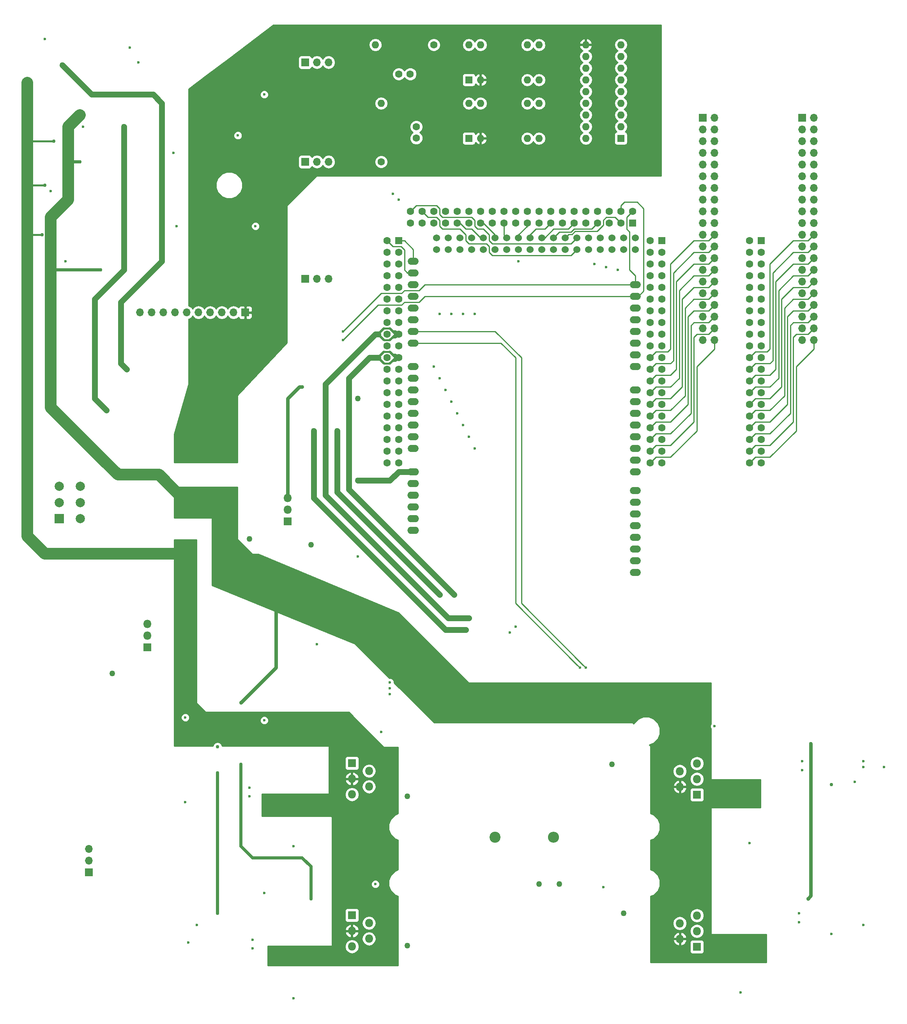
<source format=gbr>
G04 #@! TF.FileFunction,Copper,L3,Inr,Signal*
%FSLAX46Y46*%
G04 Gerber Fmt 4.6, Leading zero omitted, Abs format (unit mm)*
G04 Created by KiCad (PCBNEW 4.0.6) date 07/21/17 01:23:24*
%MOMM*%
%LPD*%
G01*
G04 APERTURE LIST*
%ADD10C,0.100000*%
%ADD11O,2.400000X1.524000*%
%ADD12O,2.540000X1.524000*%
%ADD13C,1.524000*%
%ADD14R,1.600200X1.600200*%
%ADD15C,1.600200*%
%ADD16R,1.700000X1.700000*%
%ADD17O,1.700000X1.700000*%
%ADD18R,2.000000X2.000000*%
%ADD19C,2.000000*%
%ADD20C,1.600000*%
%ADD21O,1.600000X1.600000*%
%ADD22C,2.400000*%
%ADD23O,2.400000X2.400000*%
%ADD24R,1.800000X1.800000*%
%ADD25O,1.800000X1.800000*%
%ADD26R,1.600000X1.600000*%
%ADD27C,0.762000*%
%ADD28C,1.270000*%
%ADD29C,0.600000*%
%ADD30C,0.381000*%
%ADD31C,0.762000*%
%ADD32C,0.635000*%
%ADD33C,2.540000*%
%ADD34C,1.270000*%
%ADD35C,0.508000*%
%ADD36C,0.254000*%
G04 APERTURE END LIST*
D10*
D11*
X144145000Y-92075000D03*
X144145000Y-89535000D03*
X144145000Y-86995000D03*
X144145000Y-84455000D03*
X144145000Y-81915000D03*
X144145000Y-79375000D03*
X144145000Y-76835000D03*
X144145000Y-74295000D03*
X95885000Y-69215000D03*
X95885000Y-71755000D03*
X95885000Y-74295000D03*
X95885000Y-76835000D03*
X95885000Y-86995000D03*
X95885000Y-92075000D03*
X95885000Y-94615000D03*
X95885000Y-84455000D03*
X95885000Y-81915000D03*
X95885000Y-79375000D03*
X95885000Y-97155000D03*
X95885000Y-99695000D03*
X95885000Y-102235000D03*
X95885000Y-109855000D03*
X95885000Y-107315000D03*
X95885000Y-104775000D03*
D12*
X95885000Y-114935000D03*
X95885000Y-117475000D03*
X95885000Y-120015000D03*
X95885000Y-125095000D03*
X95885000Y-127635000D03*
D11*
X144145000Y-97155000D03*
X144145000Y-99695000D03*
X144145000Y-102235000D03*
X144145000Y-104775000D03*
X144145000Y-107315000D03*
X144145000Y-109855000D03*
X144145000Y-112395000D03*
X144145000Y-114935000D03*
X144145000Y-118999000D03*
X144145000Y-121539000D03*
X144145000Y-124079000D03*
X144145000Y-126619000D03*
X144145000Y-129159000D03*
X144145000Y-131699000D03*
X144145000Y-134239000D03*
X144145000Y-136779000D03*
D12*
X95885000Y-122555000D03*
D13*
X141605000Y-66675000D03*
X141605000Y-64135000D03*
X139065000Y-66675000D03*
X139065000Y-64135000D03*
X136525000Y-66675000D03*
X136525000Y-64135000D03*
X133985000Y-66675000D03*
X133985000Y-64135000D03*
X144145000Y-66675000D03*
X144145000Y-64135000D03*
X131445000Y-64135000D03*
X131445000Y-66675000D03*
X128905000Y-66675000D03*
X128905000Y-64135000D03*
X126365000Y-66675000D03*
X126365000Y-64135000D03*
X123825000Y-66675000D03*
X123825000Y-64135000D03*
X121285000Y-66675000D03*
X121285000Y-64135000D03*
X118745000Y-66675000D03*
X118745000Y-64135000D03*
X116205000Y-66675000D03*
X116205000Y-64135000D03*
X113665000Y-66675000D03*
X113665000Y-64135000D03*
X111125000Y-66675000D03*
X111125000Y-64135000D03*
X108585000Y-66675000D03*
X108585000Y-64135000D03*
X106045000Y-66675000D03*
X106045000Y-64135000D03*
X103505000Y-66675000D03*
X103505000Y-64135000D03*
X100965000Y-66675000D03*
X100965000Y-64135000D03*
D14*
X92710000Y-64770000D03*
D15*
X90170000Y-64770000D03*
X92710000Y-67310000D03*
X90170000Y-67310000D03*
X92710000Y-69850000D03*
X90170000Y-69850000D03*
X92710000Y-72390000D03*
X90170000Y-72390000D03*
X92710000Y-74930000D03*
X90170000Y-74930000D03*
X92710000Y-77470000D03*
X90170000Y-77470000D03*
X92710000Y-80010000D03*
X90170000Y-80010000D03*
X92710000Y-82550000D03*
X90170000Y-82550000D03*
X92710000Y-85090000D03*
X90170000Y-85090000D03*
X92710000Y-87630000D03*
X90170000Y-87630000D03*
X92710000Y-90170000D03*
X90170000Y-90170000D03*
X92710000Y-92710000D03*
X90170000Y-92710000D03*
X92710000Y-95250000D03*
X90170000Y-95250000D03*
X92710000Y-97790000D03*
X90170000Y-97790000D03*
X92710000Y-100330000D03*
X90170000Y-100330000D03*
X92710000Y-102870000D03*
X90170000Y-102870000D03*
X92710000Y-105410000D03*
X90170000Y-105410000D03*
X92710000Y-107950000D03*
X90170000Y-107950000D03*
X92710000Y-110490000D03*
X90170000Y-110490000D03*
X92710000Y-113030000D03*
X90170000Y-113030000D03*
D14*
X143510000Y-60960000D03*
D15*
X143510000Y-58420000D03*
X140970000Y-60960000D03*
X140970000Y-58420000D03*
X138430000Y-60960000D03*
X138430000Y-58420000D03*
X135890000Y-60960000D03*
X135890000Y-58420000D03*
X133350000Y-60960000D03*
X133350000Y-58420000D03*
X130810000Y-60960000D03*
X130810000Y-58420000D03*
X128270000Y-60960000D03*
X128270000Y-58420000D03*
X125730000Y-60960000D03*
X125730000Y-58420000D03*
X123190000Y-60960000D03*
X123190000Y-58420000D03*
X120650000Y-60960000D03*
X120650000Y-58420000D03*
X118110000Y-60960000D03*
X118110000Y-58420000D03*
X115570000Y-60960000D03*
X115570000Y-58420000D03*
X113030000Y-60960000D03*
X113030000Y-58420000D03*
X110490000Y-60960000D03*
X110490000Y-58420000D03*
X107950000Y-60960000D03*
X107950000Y-58420000D03*
X105410000Y-60960000D03*
X105410000Y-58420000D03*
X102870000Y-60960000D03*
X102870000Y-58420000D03*
X100330000Y-60960000D03*
X100330000Y-58420000D03*
X97790000Y-60960000D03*
X97790000Y-58420000D03*
X95250000Y-60960000D03*
X95250000Y-58420000D03*
D14*
X149860000Y-64770000D03*
D15*
X147320000Y-64770000D03*
X149860000Y-67310000D03*
X147320000Y-67310000D03*
X149860000Y-69850000D03*
X147320000Y-69850000D03*
X149860000Y-72390000D03*
X147320000Y-72390000D03*
X149860000Y-74930000D03*
X147320000Y-74930000D03*
X149860000Y-77470000D03*
X147320000Y-77470000D03*
X149860000Y-80010000D03*
X147320000Y-80010000D03*
X149860000Y-82550000D03*
X147320000Y-82550000D03*
X149860000Y-85090000D03*
X147320000Y-85090000D03*
X149860000Y-87630000D03*
X147320000Y-87630000D03*
X149860000Y-90170000D03*
X147320000Y-90170000D03*
X149860000Y-92710000D03*
X147320000Y-92710000D03*
X149860000Y-95250000D03*
X147320000Y-95250000D03*
X149860000Y-97790000D03*
X147320000Y-97790000D03*
X149860000Y-100330000D03*
X147320000Y-100330000D03*
X149860000Y-102870000D03*
X147320000Y-102870000D03*
X149860000Y-105410000D03*
X147320000Y-105410000D03*
X149860000Y-107950000D03*
X147320000Y-107950000D03*
X149860000Y-110490000D03*
X147320000Y-110490000D03*
X149860000Y-113030000D03*
X147320000Y-113030000D03*
D14*
X171450000Y-64770000D03*
D15*
X168910000Y-64770000D03*
X171450000Y-67310000D03*
X168910000Y-67310000D03*
X171450000Y-69850000D03*
X168910000Y-69850000D03*
X171450000Y-72390000D03*
X168910000Y-72390000D03*
X171450000Y-74930000D03*
X168910000Y-74930000D03*
X171450000Y-77470000D03*
X168910000Y-77470000D03*
X171450000Y-80010000D03*
X168910000Y-80010000D03*
X171450000Y-82550000D03*
X168910000Y-82550000D03*
X171450000Y-85090000D03*
X168910000Y-85090000D03*
X171450000Y-87630000D03*
X168910000Y-87630000D03*
X171450000Y-90170000D03*
X168910000Y-90170000D03*
X171450000Y-92710000D03*
X168910000Y-92710000D03*
X171450000Y-95250000D03*
X168910000Y-95250000D03*
X171450000Y-97790000D03*
X168910000Y-97790000D03*
X171450000Y-100330000D03*
X168910000Y-100330000D03*
X171450000Y-102870000D03*
X168910000Y-102870000D03*
X171450000Y-105410000D03*
X168910000Y-105410000D03*
X171450000Y-107950000D03*
X168910000Y-107950000D03*
X171450000Y-110490000D03*
X168910000Y-110490000D03*
X171450000Y-113030000D03*
X168910000Y-113030000D03*
D16*
X72390000Y-47625000D03*
D17*
X74930000Y-47625000D03*
X77470000Y-47625000D03*
D16*
X158750000Y-38100000D03*
D17*
X161290000Y-38100000D03*
X158750000Y-40640000D03*
X161290000Y-40640000D03*
X158750000Y-43180000D03*
X161290000Y-43180000D03*
X158750000Y-45720000D03*
X161290000Y-45720000D03*
X158750000Y-48260000D03*
X161290000Y-48260000D03*
X158750000Y-50800000D03*
X161290000Y-50800000D03*
X158750000Y-53340000D03*
X161290000Y-53340000D03*
X158750000Y-55880000D03*
X161290000Y-55880000D03*
X158750000Y-58420000D03*
X161290000Y-58420000D03*
X158750000Y-60960000D03*
X161290000Y-60960000D03*
X158750000Y-63500000D03*
X161290000Y-63500000D03*
X158750000Y-66040000D03*
X161290000Y-66040000D03*
X158750000Y-68580000D03*
X161290000Y-68580000D03*
X158750000Y-71120000D03*
X161290000Y-71120000D03*
X158750000Y-73660000D03*
X161290000Y-73660000D03*
X158750000Y-76200000D03*
X161290000Y-76200000D03*
X158750000Y-78740000D03*
X161290000Y-78740000D03*
X158750000Y-81280000D03*
X161290000Y-81280000D03*
X158750000Y-83820000D03*
X161290000Y-83820000D03*
X158750000Y-86360000D03*
X161290000Y-86360000D03*
D18*
X18972500Y-125102500D03*
D19*
X18972500Y-121602500D03*
X18972500Y-118102500D03*
X23572500Y-125102500D03*
X23572500Y-121602500D03*
X23572500Y-118102500D03*
D20*
X96520000Y-40005000D03*
X96520000Y-42505000D03*
X92710000Y-28575000D03*
X95210000Y-28575000D03*
D16*
X59372500Y-80327500D03*
D17*
X56832500Y-80327500D03*
X54292500Y-80327500D03*
X51752500Y-80327500D03*
X49212500Y-80327500D03*
X46672500Y-80327500D03*
X44132500Y-80327500D03*
X41592500Y-80327500D03*
X39052500Y-80327500D03*
X36512500Y-80327500D03*
D16*
X25400000Y-201930000D03*
D17*
X25400000Y-199390000D03*
X25400000Y-196850000D03*
D20*
X88900000Y-47625000D03*
D21*
X88900000Y-34925000D03*
D20*
X100330000Y-22225000D03*
D21*
X87630000Y-22225000D03*
D22*
X113665000Y-194310000D03*
D23*
X126365000Y-194310000D03*
D24*
X68580000Y-125730000D03*
D25*
X68580000Y-123190000D03*
X68580000Y-120650000D03*
D24*
X38100000Y-153035000D03*
D25*
X38100000Y-150495000D03*
X38100000Y-147955000D03*
D26*
X140970000Y-42545000D03*
D21*
X133350000Y-22225000D03*
X140970000Y-40005000D03*
X133350000Y-24765000D03*
X140970000Y-37465000D03*
X133350000Y-27305000D03*
X140970000Y-34925000D03*
X133350000Y-29845000D03*
X140970000Y-32385000D03*
X133350000Y-32385000D03*
X140970000Y-29845000D03*
X133350000Y-34925000D03*
X140970000Y-27305000D03*
X133350000Y-37465000D03*
X140970000Y-24765000D03*
X133350000Y-40005000D03*
X140970000Y-22225000D03*
X133350000Y-42545000D03*
D26*
X107950000Y-42545000D03*
D21*
X123190000Y-34925000D03*
X110490000Y-42545000D03*
X120650000Y-34925000D03*
X120650000Y-42545000D03*
X110490000Y-34925000D03*
X123190000Y-42545000D03*
X107950000Y-34925000D03*
D26*
X107950000Y-29845000D03*
D21*
X123190000Y-22225000D03*
X110490000Y-29845000D03*
X120650000Y-22225000D03*
X120650000Y-29845000D03*
X110490000Y-22225000D03*
X123190000Y-29845000D03*
X107950000Y-22225000D03*
D16*
X72390000Y-73025000D03*
D17*
X74930000Y-73025000D03*
X77470000Y-73025000D03*
D16*
X72390000Y-26035000D03*
D17*
X74930000Y-26035000D03*
X77470000Y-26035000D03*
D16*
X180340000Y-38100000D03*
D17*
X182880000Y-38100000D03*
X180340000Y-40640000D03*
X182880000Y-40640000D03*
X180340000Y-43180000D03*
X182880000Y-43180000D03*
X180340000Y-45720000D03*
X182880000Y-45720000D03*
X180340000Y-48260000D03*
X182880000Y-48260000D03*
X180340000Y-50800000D03*
X182880000Y-50800000D03*
X180340000Y-53340000D03*
X182880000Y-53340000D03*
X180340000Y-55880000D03*
X182880000Y-55880000D03*
X180340000Y-58420000D03*
X182880000Y-58420000D03*
X180340000Y-60960000D03*
X182880000Y-60960000D03*
X180340000Y-63500000D03*
X182880000Y-63500000D03*
X180340000Y-66040000D03*
X182880000Y-66040000D03*
X180340000Y-68580000D03*
X182880000Y-68580000D03*
X180340000Y-71120000D03*
X182880000Y-71120000D03*
X180340000Y-73660000D03*
X182880000Y-73660000D03*
X180340000Y-76200000D03*
X182880000Y-76200000D03*
X180340000Y-78740000D03*
X182880000Y-78740000D03*
X180340000Y-81280000D03*
X182880000Y-81280000D03*
X180340000Y-83820000D03*
X182880000Y-83820000D03*
X180340000Y-86360000D03*
X182880000Y-86360000D03*
D24*
X82550000Y-178181000D03*
D25*
X86250000Y-179881000D03*
X82550000Y-181581000D03*
X86250000Y-183281000D03*
X82550000Y-184981000D03*
D24*
X82550000Y-211201000D03*
D25*
X86250000Y-212901000D03*
X82550000Y-214601000D03*
X86250000Y-216301000D03*
X82550000Y-218001000D03*
D24*
X157480000Y-218059000D03*
D25*
X153780000Y-216359000D03*
X157480000Y-214659000D03*
X153780000Y-212959000D03*
X157480000Y-211259000D03*
D24*
X157480000Y-185039000D03*
D25*
X153780000Y-183339000D03*
X157480000Y-181639000D03*
X153780000Y-179939000D03*
X157480000Y-178239000D03*
D27*
X58420000Y-165100000D03*
X73660000Y-207645000D03*
X71755000Y-96520000D03*
D28*
X23495000Y-37465000D03*
D27*
X23495000Y-47625000D03*
X27940000Y-71120000D03*
D28*
X47625000Y-122555000D03*
D29*
X167005000Y-216535000D03*
D27*
X168910000Y-182880000D03*
X58420000Y-178435000D03*
D29*
X137160000Y-205105000D03*
X83820000Y-133350000D03*
X168910000Y-195580000D03*
X167005000Y-227965000D03*
X63500000Y-206375000D03*
X44450000Y-61595000D03*
X43815000Y-45720000D03*
X36195000Y-26035000D03*
X74930000Y-152400000D03*
X161290000Y-170180000D03*
X193675000Y-213360000D03*
X191770000Y-182245000D03*
X48895000Y-213360000D03*
X69850000Y-229235000D03*
X69850000Y-196215000D03*
X63500000Y-168910000D03*
X46355000Y-168275000D03*
X20320000Y-69215000D03*
X17145000Y-53975000D03*
X24130000Y-40005000D03*
X15875000Y-20955000D03*
D28*
X30480000Y-158750000D03*
X60325000Y-129540000D03*
X83820000Y-99060000D03*
D27*
X15875000Y-52705000D03*
D28*
X12065000Y-30480000D03*
D27*
X17780000Y-43180000D03*
X15240000Y-63500000D03*
D28*
X46355000Y-132715000D03*
D27*
X73660000Y-167640000D03*
X182245000Y-173990000D03*
X181610000Y-207645000D03*
D29*
X66675000Y-188595000D03*
D27*
X66675000Y-220980000D03*
X53340000Y-174625000D03*
D28*
X83820000Y-116840000D03*
D29*
X146050000Y-33020000D03*
D27*
X53340000Y-210820000D03*
D28*
X51435000Y-109855000D03*
D27*
X186690000Y-182880000D03*
D29*
X186690000Y-215265000D03*
D27*
X53340000Y-180340000D03*
D28*
X94615000Y-185420000D03*
X79375000Y-106045000D03*
X101600000Y-141605000D03*
D29*
X60325000Y-185420000D03*
D28*
X94615000Y-217805000D03*
X104775000Y-141605000D03*
D29*
X60960000Y-218440000D03*
D28*
X107315000Y-149225000D03*
X74295000Y-106045000D03*
X141605000Y-210820000D03*
D29*
X179705000Y-212725000D03*
D28*
X107950000Y-146685000D03*
X139065000Y-178435000D03*
D29*
X180340000Y-179705000D03*
D28*
X19685000Y-26670000D03*
X33655000Y-92710000D03*
X33020000Y-40005000D03*
X73660000Y-130810000D03*
X29210000Y-101600000D03*
D29*
X34290000Y-22860000D03*
X63500000Y-33020000D03*
X57785000Y-41910000D03*
X61595000Y-61595000D03*
X92710000Y-55880000D03*
X91440000Y-54610000D03*
X137795000Y-70485000D03*
X118110000Y-148590000D03*
X90805000Y-163195000D03*
X140335000Y-71120000D03*
X116840000Y-149860000D03*
X193675000Y-179070000D03*
X198120000Y-179070000D03*
X90805000Y-161925000D03*
X46355000Y-186690000D03*
X46990000Y-217170000D03*
X90805000Y-160655000D03*
X193662300Y-177787300D03*
X109220000Y-109855000D03*
X109220000Y-80645000D03*
X107950000Y-107315000D03*
X106680000Y-104775000D03*
X106680000Y-80645000D03*
X105410000Y-102235000D03*
X104140000Y-99695000D03*
X104140000Y-80645000D03*
X102870000Y-97155000D03*
X101600000Y-94615000D03*
X101600000Y-80645000D03*
X100330000Y-92075000D03*
X118745000Y-69215000D03*
X80645000Y-84455000D03*
X80645000Y-86360000D03*
X133350000Y-157480000D03*
X132080000Y-157480000D03*
X88900000Y-171450000D03*
X87630000Y-204470000D03*
D28*
X127635000Y-204470000D03*
X123190000Y-204470000D03*
D29*
X60325000Y-183515000D03*
X60960000Y-216535000D03*
X180340000Y-177800000D03*
X179705000Y-210820000D03*
X135255000Y-69850000D03*
D30*
X66040000Y-142875000D02*
X66040000Y-143510000D01*
D31*
X58420000Y-165100000D02*
X66040000Y-157480000D01*
X66040000Y-157480000D02*
X66040000Y-143510000D01*
D32*
X58420000Y-196215000D02*
X58420000Y-178435000D01*
X60960000Y-198755000D02*
X71755000Y-198755000D01*
X71755000Y-198755000D02*
X73660000Y-200660000D01*
X73660000Y-200660000D02*
X73660000Y-207645000D01*
X60960000Y-198755000D02*
X58420000Y-196215000D01*
D31*
X71120000Y-96520000D02*
X71755000Y-96520000D01*
X68580000Y-99060000D02*
X71120000Y-96520000D01*
X68580000Y-99060000D02*
X68580000Y-120650000D01*
D33*
X20955000Y-40005000D02*
X20955000Y-47625000D01*
X20955000Y-40005000D02*
X23495000Y-37465000D01*
D32*
X23495000Y-47625000D02*
X20955000Y-47625000D01*
X27940000Y-71120000D02*
X17145000Y-71120000D01*
D33*
X28575000Y-112395000D02*
X17145000Y-100965000D01*
X47625000Y-122555000D02*
X40640000Y-115570000D01*
X40640000Y-115570000D02*
X31750000Y-115570000D01*
X31750000Y-115570000D02*
X28575000Y-112395000D01*
X20955000Y-55880000D02*
X20955000Y-47625000D01*
X17145000Y-59690000D02*
X20955000Y-55880000D01*
X17145000Y-100965000D02*
X17145000Y-71120000D01*
X17145000Y-71120000D02*
X17145000Y-59690000D01*
D30*
X12065000Y-52705000D02*
X15875000Y-52705000D01*
D33*
X12065000Y-30480000D02*
X12065000Y-43180000D01*
D30*
X17780000Y-43180000D02*
X12065000Y-43180000D01*
X15240000Y-63500000D02*
X12065000Y-63500000D01*
D33*
X46355000Y-132715000D02*
X15875000Y-132715000D01*
X12065000Y-128905000D02*
X12065000Y-63500000D01*
X15875000Y-132715000D02*
X12065000Y-128905000D01*
X12065000Y-63500000D02*
X12065000Y-52705000D01*
X12065000Y-52705000D02*
X12065000Y-43180000D01*
D31*
X182245000Y-207010000D02*
X182245000Y-173990000D01*
X181610000Y-207645000D02*
X182245000Y-207010000D01*
D34*
X83820000Y-116840000D02*
X90805000Y-116840000D01*
X92710000Y-114935000D02*
X95885000Y-114935000D01*
X90805000Y-116840000D02*
X92710000Y-114935000D01*
D32*
X53340000Y-180340000D02*
X53340000Y-210820000D01*
D34*
X79375000Y-119380000D02*
X101600000Y-141605000D01*
X79375000Y-106045000D02*
X79375000Y-119380000D01*
X81915000Y-105410000D02*
X81915000Y-118745000D01*
X82550000Y-93980000D02*
X81915000Y-94615000D01*
X86360000Y-90170000D02*
X82550000Y-93980000D01*
X88265000Y-90170000D02*
X86360000Y-90170000D01*
X81915000Y-94615000D02*
X81915000Y-102235000D01*
X81915000Y-105410000D02*
X81915000Y-102235000D01*
X81915000Y-118745000D02*
X104775000Y-141605000D01*
D35*
X92710000Y-90170000D02*
X92075000Y-90805000D01*
X92075000Y-90805000D02*
X91440000Y-90805000D01*
X91440000Y-89535000D02*
X92075000Y-89535000D01*
X92075000Y-89535000D02*
X92710000Y-90170000D01*
X92710000Y-90170000D02*
X92075000Y-90170000D01*
X92075000Y-90170000D02*
X91440000Y-89535000D01*
X91440000Y-89535000D02*
X90805000Y-88900000D01*
D30*
X90805000Y-88900000D02*
X89535000Y-88900000D01*
D35*
X89535000Y-88900000D02*
X88265000Y-90170000D01*
X88265000Y-90170000D02*
X89535000Y-91440000D01*
X90805000Y-91440000D02*
X91440000Y-90805000D01*
D30*
X89535000Y-91440000D02*
X90805000Y-91440000D01*
D35*
X91440000Y-90805000D02*
X92075000Y-90170000D01*
D34*
X102870000Y-149225000D02*
X107315000Y-149225000D01*
X74295000Y-120650000D02*
X95250000Y-141605000D01*
X74295000Y-106045000D02*
X74295000Y-120650000D01*
X95250000Y-141605000D02*
X102870000Y-149225000D01*
X98425000Y-141605000D02*
X103505000Y-146685000D01*
X76835000Y-120015000D02*
X98425000Y-141605000D01*
X76835000Y-105410000D02*
X76835000Y-102235000D01*
X76835000Y-95885000D02*
X76835000Y-102235000D01*
X87630000Y-85090000D02*
X88265000Y-85090000D01*
X87630000Y-85090000D02*
X82550000Y-90170000D01*
X82550000Y-90170000D02*
X76835000Y-95885000D01*
X76835000Y-105410000D02*
X76835000Y-120015000D01*
X103505000Y-146685000D02*
X107950000Y-146685000D01*
D35*
X92710000Y-85090000D02*
X92075000Y-84455000D01*
X92075000Y-84455000D02*
X91440000Y-84455000D01*
X91440000Y-85725000D02*
X92075000Y-85725000D01*
X92075000Y-85725000D02*
X92710000Y-85090000D01*
X92710000Y-85090000D02*
X92075000Y-85090000D01*
X92075000Y-85090000D02*
X91440000Y-84455000D01*
X91440000Y-84455000D02*
X90805000Y-83820000D01*
X89535000Y-83820000D02*
X88265000Y-85090000D01*
D30*
X90805000Y-83820000D02*
X89535000Y-83820000D01*
D35*
X88265000Y-85090000D02*
X89535000Y-86360000D01*
D30*
X89535000Y-86360000D02*
X90805000Y-86360000D01*
D35*
X90805000Y-86360000D02*
X91440000Y-85725000D01*
X91440000Y-85725000D02*
X92075000Y-85090000D01*
D34*
X26035000Y-33020000D02*
X19685000Y-26670000D01*
X39370000Y-33020000D02*
X26035000Y-33020000D01*
X41275000Y-34925000D02*
X39370000Y-33020000D01*
X41275000Y-69215000D02*
X41275000Y-34925000D01*
X32385000Y-78105000D02*
X41275000Y-69215000D01*
X32385000Y-91440000D02*
X32385000Y-78105000D01*
X33655000Y-92710000D02*
X32385000Y-91440000D01*
X29210000Y-101600000D02*
X26670000Y-99060000D01*
X26670000Y-99060000D02*
X26670000Y-77470000D01*
X26670000Y-77470000D02*
X33020000Y-71120000D01*
X33020000Y-71120000D02*
X33020000Y-40005000D01*
D36*
X154305000Y-77470000D02*
X156845000Y-74930000D01*
X160020000Y-74930000D02*
X161290000Y-73660000D01*
X156845000Y-74930000D02*
X160020000Y-74930000D01*
X147320000Y-100330000D02*
X148590000Y-99060000D01*
X154305000Y-96520000D02*
X154305000Y-77470000D01*
X151765000Y-99060000D02*
X154305000Y-96520000D01*
X148590000Y-99060000D02*
X151765000Y-99060000D01*
X151765000Y-69850000D02*
X156845000Y-64770000D01*
X160020000Y-64770000D02*
X161290000Y-63500000D01*
X156845000Y-64770000D02*
X160020000Y-64770000D01*
X147320000Y-90170000D02*
X148590000Y-88900000D01*
X151765000Y-88265000D02*
X151765000Y-69850000D01*
X151130000Y-88900000D02*
X151765000Y-88265000D01*
X148590000Y-88900000D02*
X151130000Y-88900000D01*
X161290000Y-66040000D02*
X160020000Y-67310000D01*
X156845000Y-67310000D02*
X152400000Y-71755000D01*
X160020000Y-67310000D02*
X156845000Y-67310000D01*
X148590000Y-91440000D02*
X147320000Y-92710000D01*
X151765000Y-91440000D02*
X148590000Y-91440000D01*
X152400000Y-90805000D02*
X151765000Y-91440000D01*
X152400000Y-71755000D02*
X152400000Y-90805000D01*
X153035000Y-73660000D02*
X156845000Y-69850000D01*
X160020000Y-69850000D02*
X161290000Y-68580000D01*
X156845000Y-69850000D02*
X160020000Y-69850000D01*
X147320000Y-95250000D02*
X148590000Y-93980000D01*
X153035000Y-92710000D02*
X153035000Y-73660000D01*
X151765000Y-93980000D02*
X153035000Y-92710000D01*
X148590000Y-93980000D02*
X151765000Y-93980000D01*
X161290000Y-71120000D02*
X160020000Y-72390000D01*
X156845000Y-72390000D02*
X153670000Y-75565000D01*
X156845000Y-72390000D02*
X156845000Y-72390000D01*
X160020000Y-72390000D02*
X156845000Y-72390000D01*
X148590000Y-96520000D02*
X147320000Y-97790000D01*
X151765000Y-96520000D02*
X148590000Y-96520000D01*
X153670000Y-94615000D02*
X151765000Y-96520000D01*
X153670000Y-75565000D02*
X153670000Y-94615000D01*
X154940000Y-79375000D02*
X156845000Y-77470000D01*
X160020000Y-77470000D02*
X161290000Y-76200000D01*
X156845000Y-77470000D02*
X160020000Y-77470000D01*
X148590000Y-101600000D02*
X147320000Y-102870000D01*
X151765000Y-101600000D02*
X148590000Y-101600000D01*
X154940000Y-98425000D02*
X151765000Y-101600000D01*
X154940000Y-79375000D02*
X154940000Y-98425000D01*
X155575000Y-81280000D02*
X156845000Y-80010000D01*
X160020000Y-80010000D02*
X161290000Y-78740000D01*
X156845000Y-80010000D02*
X160020000Y-80010000D01*
X147320000Y-105410000D02*
X148590000Y-104140000D01*
X155575000Y-100330000D02*
X155575000Y-81280000D01*
X151765000Y-104140000D02*
X155575000Y-100330000D01*
X148590000Y-104140000D02*
X151765000Y-104140000D01*
X161290000Y-81280000D02*
X160020000Y-82550000D01*
X156845000Y-82550000D02*
X156210000Y-83185000D01*
X160020000Y-82550000D02*
X156845000Y-82550000D01*
X148590000Y-106680000D02*
X147320000Y-107950000D01*
X151765000Y-106680000D02*
X148590000Y-106680000D01*
X156210000Y-102235000D02*
X151765000Y-106680000D01*
X156210000Y-83185000D02*
X156210000Y-102235000D01*
X156845000Y-85725000D02*
X157480000Y-85090000D01*
X160020000Y-85090000D02*
X161290000Y-83820000D01*
X157480000Y-85090000D02*
X160020000Y-85090000D01*
X147320000Y-110490000D02*
X148590000Y-109220000D01*
X156845000Y-104140000D02*
X156845000Y-85725000D01*
X151765000Y-109220000D02*
X156845000Y-104140000D01*
X148590000Y-109220000D02*
X151765000Y-109220000D01*
X161290000Y-86360000D02*
X161290000Y-88265000D01*
X148590000Y-111760000D02*
X147320000Y-113030000D01*
X151765000Y-111760000D02*
X148590000Y-111760000D01*
X157480000Y-106045000D02*
X151765000Y-111760000D01*
X157480000Y-92075000D02*
X157480000Y-106045000D01*
X161290000Y-88265000D02*
X157480000Y-92075000D01*
X182880000Y-73660000D02*
X181610000Y-74930000D01*
X170180000Y-99060000D02*
X168910000Y-100330000D01*
X173355000Y-99060000D02*
X170180000Y-99060000D01*
X175895000Y-96520000D02*
X173355000Y-99060000D01*
X175895000Y-77470000D02*
X175895000Y-96520000D01*
X178435000Y-74930000D02*
X175895000Y-77470000D01*
X181610000Y-74930000D02*
X178435000Y-74930000D01*
X182880000Y-63500000D02*
X181610000Y-64770000D01*
X170180000Y-88900000D02*
X168910000Y-90170000D01*
X172720000Y-88900000D02*
X170180000Y-88900000D01*
X173355000Y-88265000D02*
X172720000Y-88900000D01*
X173355000Y-69850000D02*
X173355000Y-88265000D01*
X178435000Y-64770000D02*
X173355000Y-69850000D01*
X181610000Y-64770000D02*
X178435000Y-64770000D01*
X168910000Y-92710000D02*
X170180000Y-91440000D01*
X181610000Y-67310000D02*
X182880000Y-66040000D01*
X178435000Y-67310000D02*
X181610000Y-67310000D01*
X173990000Y-71755000D02*
X178435000Y-67310000D01*
X173990000Y-90805000D02*
X173990000Y-71755000D01*
X173355000Y-91440000D02*
X173990000Y-90805000D01*
X170180000Y-91440000D02*
X173355000Y-91440000D01*
X182880000Y-68580000D02*
X181610000Y-69850000D01*
X170180000Y-93980000D02*
X168910000Y-95250000D01*
X173355000Y-93980000D02*
X170180000Y-93980000D01*
X174625000Y-92710000D02*
X173355000Y-93980000D01*
X174625000Y-73660000D02*
X174625000Y-92710000D01*
X178435000Y-69850000D02*
X174625000Y-73660000D01*
X181610000Y-69850000D02*
X178435000Y-69850000D01*
X168910000Y-97790000D02*
X170180000Y-96520000D01*
X181610000Y-72390000D02*
X182880000Y-71120000D01*
X178435000Y-72390000D02*
X181610000Y-72390000D01*
X175260000Y-75565000D02*
X178435000Y-72390000D01*
X175260000Y-94615000D02*
X175260000Y-75565000D01*
X173355000Y-96520000D02*
X175260000Y-94615000D01*
X170180000Y-96520000D02*
X173355000Y-96520000D01*
X168910000Y-102870000D02*
X170180000Y-101600000D01*
X181610000Y-77470000D02*
X182880000Y-76200000D01*
X178435000Y-77470000D02*
X181610000Y-77470000D01*
X176530000Y-79375000D02*
X178435000Y-77470000D01*
X176530000Y-98425000D02*
X176530000Y-79375000D01*
X173355000Y-101600000D02*
X176530000Y-98425000D01*
X170180000Y-101600000D02*
X173355000Y-101600000D01*
X182880000Y-78740000D02*
X181610000Y-80010000D01*
X170180000Y-104140000D02*
X168910000Y-105410000D01*
X173355000Y-104140000D02*
X170180000Y-104140000D01*
X177165000Y-100330000D02*
X173355000Y-104140000D01*
X177165000Y-81280000D02*
X177165000Y-100330000D01*
X178435000Y-80010000D02*
X177165000Y-81280000D01*
X181610000Y-80010000D02*
X178435000Y-80010000D01*
X168910000Y-107950000D02*
X170180000Y-106680000D01*
X181610000Y-82550000D02*
X182880000Y-81280000D01*
X178435000Y-82550000D02*
X181610000Y-82550000D01*
X177800000Y-83185000D02*
X178435000Y-82550000D01*
X177800000Y-102235000D02*
X177800000Y-83185000D01*
X173355000Y-106680000D02*
X177800000Y-102235000D01*
X170180000Y-106680000D02*
X173355000Y-106680000D01*
X182880000Y-83820000D02*
X181610000Y-85090000D01*
X170180000Y-109220000D02*
X168910000Y-110490000D01*
X173355000Y-109220000D02*
X170180000Y-109220000D01*
X178435000Y-104140000D02*
X173355000Y-109220000D01*
X178435000Y-85725000D02*
X178435000Y-104140000D01*
X179070000Y-85090000D02*
X178435000Y-85725000D01*
X181610000Y-85090000D02*
X179070000Y-85090000D01*
X168910000Y-113030000D02*
X170180000Y-111760000D01*
X182880000Y-88265000D02*
X182880000Y-86360000D01*
X179070000Y-92075000D02*
X182880000Y-88265000D01*
X179070000Y-106045000D02*
X179070000Y-92075000D01*
X173355000Y-111760000D02*
X179070000Y-106045000D01*
X170180000Y-111760000D02*
X173355000Y-111760000D01*
X108585000Y-59690000D02*
X102235000Y-59690000D01*
X112395000Y-63500000D02*
X111125000Y-62230000D01*
X111125000Y-62230000D02*
X109855000Y-62230000D01*
X109855000Y-62230000D02*
X109220000Y-61595000D01*
X109220000Y-61595000D02*
X109220000Y-60325000D01*
X109220000Y-60325000D02*
X108585000Y-59690000D01*
X131445000Y-64135000D02*
X130175000Y-65405000D01*
X113030000Y-65405000D02*
X112395000Y-64770000D01*
X130175000Y-65405000D02*
X113030000Y-65405000D01*
X112395000Y-64770000D02*
X112395000Y-63500000D01*
X96520000Y-57150000D02*
X95250000Y-58420000D01*
X100965000Y-57150000D02*
X96520000Y-57150000D01*
X101600000Y-57785000D02*
X100965000Y-57150000D01*
X101600000Y-59055000D02*
X101600000Y-57785000D01*
X102235000Y-59690000D02*
X101600000Y-59055000D01*
X95885000Y-69215000D02*
X95885000Y-66675000D01*
X93980000Y-64770000D02*
X92710000Y-64770000D01*
X95885000Y-66675000D02*
X93980000Y-64770000D01*
X93980000Y-71120000D02*
X94615000Y-71755000D01*
X93980000Y-66752766D02*
X93980000Y-71120000D01*
X93267234Y-66040000D02*
X93980000Y-66752766D01*
X91440000Y-66040000D02*
X93267234Y-66040000D01*
X90170000Y-64770000D02*
X91440000Y-66040000D01*
X94615000Y-71755000D02*
X95885000Y-71755000D01*
X137160000Y-60325000D02*
X137795000Y-59690000D01*
X129666999Y-63373001D02*
X130379775Y-63373001D01*
X128905000Y-64135000D02*
X129666999Y-63373001D01*
X135801712Y-62734010D02*
X137160000Y-61375722D01*
X131018766Y-62734010D02*
X135801712Y-62734010D01*
X130379775Y-63373001D02*
X131018766Y-62734010D01*
X137160000Y-61375722D02*
X137160000Y-60325000D01*
X139700000Y-59690000D02*
X140970000Y-60960000D01*
X137795000Y-59690000D02*
X139700000Y-59690000D01*
X126365000Y-64135000D02*
X127635000Y-62865000D01*
X127635000Y-62865000D02*
X130175000Y-62865000D01*
X130175000Y-62865000D02*
X130810000Y-62230000D01*
X130810000Y-62230000D02*
X134620000Y-62230000D01*
X134620000Y-62230000D02*
X135890000Y-60960000D01*
X124460000Y-64135000D02*
X126365000Y-62230000D01*
X129540000Y-62230000D02*
X130810000Y-60960000D01*
X126365000Y-62230000D02*
X129540000Y-62230000D01*
X123825000Y-64135000D02*
X124460000Y-64135000D01*
X122555000Y-62230000D02*
X124460000Y-62230000D01*
X124460000Y-62230000D02*
X125730000Y-60960000D01*
X121285000Y-63500000D02*
X122555000Y-62230000D01*
X121285000Y-64135000D02*
X121285000Y-63500000D01*
X118745000Y-64135000D02*
X118745000Y-63500000D01*
X118745000Y-63500000D02*
X120650000Y-61595000D01*
X120650000Y-61595000D02*
X120650000Y-60960000D01*
X116205000Y-64135000D02*
X115570000Y-63500000D01*
X115570000Y-63500000D02*
X115570000Y-60960000D01*
X113665000Y-64135000D02*
X113665000Y-63500000D01*
X113665000Y-63500000D02*
X111125000Y-60960000D01*
X111125000Y-60960000D02*
X110490000Y-60960000D01*
X108585000Y-62230000D02*
X107315000Y-62230000D01*
X110490000Y-64135000D02*
X108585000Y-62230000D01*
X107315000Y-62230000D02*
X106045000Y-60960000D01*
X106045000Y-60960000D02*
X105410000Y-60960000D01*
X111125000Y-64135000D02*
X110490000Y-64135000D01*
X107315000Y-63500000D02*
X106045000Y-62230000D01*
X130175000Y-67945000D02*
X113030000Y-67945000D01*
X113030000Y-67945000D02*
X112395000Y-67310000D01*
X112395000Y-67310000D02*
X112395000Y-66040000D01*
X112395000Y-66040000D02*
X111760000Y-65405000D01*
X111760000Y-65405000D02*
X107950000Y-65405000D01*
X107950000Y-65405000D02*
X107315000Y-64770000D01*
X107315000Y-64770000D02*
X107315000Y-63500000D01*
X131445000Y-66675000D02*
X130175000Y-67945000D01*
X99060000Y-59690000D02*
X97790000Y-58420000D01*
X100965000Y-59690000D02*
X99060000Y-59690000D01*
X101600000Y-60325000D02*
X100965000Y-59690000D01*
X101600000Y-61595000D02*
X101600000Y-60325000D01*
X102235000Y-62230000D02*
X101600000Y-61595000D01*
X106045000Y-62230000D02*
X102235000Y-62230000D01*
X82232500Y-82867500D02*
X80645000Y-84455000D01*
X98425000Y-74295000D02*
X97155000Y-75565000D01*
X97155000Y-75565000D02*
X93980000Y-75565000D01*
X93980000Y-75565000D02*
X93345000Y-76200000D01*
X93345000Y-76200000D02*
X88900000Y-76200000D01*
X88900000Y-76200000D02*
X82232500Y-82867500D01*
X98425000Y-74295000D02*
X144145000Y-74295000D01*
X144145000Y-74295000D02*
X144145000Y-72390000D01*
X142240000Y-59690000D02*
X143510000Y-58420000D01*
X142240000Y-62230000D02*
X142240000Y-59690000D01*
X142875000Y-62865000D02*
X142240000Y-62230000D01*
X142875000Y-71120000D02*
X142875000Y-62865000D01*
X144145000Y-72390000D02*
X142875000Y-71120000D01*
X144145000Y-76835000D02*
X144780000Y-76835000D01*
X144780000Y-76835000D02*
X145923000Y-75692000D01*
X140970000Y-57150000D02*
X140970000Y-58420000D01*
X141732000Y-56388000D02*
X140970000Y-57150000D01*
X144526000Y-56388000D02*
X141732000Y-56388000D01*
X145923000Y-57785000D02*
X144526000Y-56388000D01*
X145923000Y-75692000D02*
X145923000Y-57785000D01*
X80645000Y-86360000D02*
X80645000Y-86360000D01*
X98425000Y-76835000D02*
X97155000Y-78105000D01*
X97155000Y-78105000D02*
X93980000Y-78105000D01*
X93980000Y-78105000D02*
X93345000Y-78740000D01*
X93345000Y-78740000D02*
X88265000Y-78740000D01*
X88265000Y-78740000D02*
X80645000Y-86360000D01*
X144145000Y-76835000D02*
X98425000Y-76835000D01*
X95885000Y-84455000D02*
X113665000Y-84455000D01*
X119380000Y-112395000D02*
X119380000Y-143510000D01*
X113665000Y-84455000D02*
X119380000Y-90170000D01*
X119380000Y-90170000D02*
X119380000Y-112395000D01*
X119380000Y-143510000D02*
X132715000Y-156845000D01*
X132715000Y-156845000D02*
X133350000Y-157480000D01*
X118110000Y-143510000D02*
X131445000Y-156845000D01*
X118110000Y-90170000D02*
X118110000Y-143510000D01*
X114935000Y-86995000D02*
X118110000Y-90170000D01*
X95885000Y-86995000D02*
X114935000Y-86995000D01*
X131445000Y-156845000D02*
X132080000Y-157480000D01*
G36*
X57658000Y-129540000D02*
X57668006Y-129589410D01*
X57695197Y-129629803D01*
X60870197Y-132804803D01*
X60912211Y-132832666D01*
X60960000Y-132842000D01*
X62204600Y-132842000D01*
X92637961Y-145522567D01*
X107860197Y-160744803D01*
X107902211Y-160772666D01*
X107950000Y-160782000D01*
X160528000Y-160782000D01*
X160528000Y-169619534D01*
X160497808Y-169649673D01*
X160355162Y-169993201D01*
X160354838Y-170365167D01*
X160496883Y-170708943D01*
X160528000Y-170740114D01*
X160528000Y-181610000D01*
X160538006Y-181659410D01*
X160566447Y-181701035D01*
X160608841Y-181728315D01*
X160655000Y-181737000D01*
X171323000Y-181737000D01*
X171323000Y-187833000D01*
X160655000Y-187833000D01*
X160605590Y-187843006D01*
X160563965Y-187871447D01*
X160536685Y-187913841D01*
X160528000Y-187960000D01*
X160528000Y-215265000D01*
X160538006Y-215314410D01*
X160566447Y-215356035D01*
X160608841Y-215383315D01*
X160655000Y-215392000D01*
X172593000Y-215392000D01*
X172593000Y-221488000D01*
X147447000Y-221488000D01*
X147447000Y-216723742D01*
X152288954Y-216723742D01*
X152542034Y-217266576D01*
X152983583Y-217671240D01*
X153415260Y-217850036D01*
X153653000Y-217729378D01*
X153653000Y-216486000D01*
X153907000Y-216486000D01*
X153907000Y-217729378D01*
X154144740Y-217850036D01*
X154576417Y-217671240D01*
X155017966Y-217266576D01*
X155068120Y-217159000D01*
X155932560Y-217159000D01*
X155932560Y-218959000D01*
X155976838Y-219194317D01*
X156115910Y-219410441D01*
X156328110Y-219555431D01*
X156580000Y-219606440D01*
X158380000Y-219606440D01*
X158615317Y-219562162D01*
X158831441Y-219423090D01*
X158976431Y-219210890D01*
X159027440Y-218959000D01*
X159027440Y-217159000D01*
X158983162Y-216923683D01*
X158844090Y-216707559D01*
X158631890Y-216562569D01*
X158380000Y-216511560D01*
X156580000Y-216511560D01*
X156344683Y-216555838D01*
X156128559Y-216694910D01*
X155983569Y-216907110D01*
X155932560Y-217159000D01*
X155068120Y-217159000D01*
X155271046Y-216723742D01*
X155150997Y-216486000D01*
X153907000Y-216486000D01*
X153653000Y-216486000D01*
X152409003Y-216486000D01*
X152288954Y-216723742D01*
X147447000Y-216723742D01*
X147447000Y-215994258D01*
X152288954Y-215994258D01*
X152409003Y-216232000D01*
X153653000Y-216232000D01*
X153653000Y-214988622D01*
X153907000Y-214988622D01*
X153907000Y-216232000D01*
X155150997Y-216232000D01*
X155271046Y-215994258D01*
X155017966Y-215451424D01*
X154576417Y-215046760D01*
X154144740Y-214867964D01*
X153907000Y-214988622D01*
X153653000Y-214988622D01*
X153415260Y-214867964D01*
X152983583Y-215046760D01*
X152542034Y-215451424D01*
X152288954Y-215994258D01*
X147447000Y-215994258D01*
X147447000Y-214628928D01*
X155945000Y-214628928D01*
X155945000Y-214689072D01*
X156061845Y-215276491D01*
X156394591Y-215774481D01*
X156892581Y-216107227D01*
X157480000Y-216224072D01*
X158067419Y-216107227D01*
X158565409Y-215774481D01*
X158898155Y-215276491D01*
X159015000Y-214689072D01*
X159015000Y-214628928D01*
X158898155Y-214041509D01*
X158565409Y-213543519D01*
X158067419Y-213210773D01*
X157480000Y-213093928D01*
X156892581Y-213210773D01*
X156394591Y-213543519D01*
X156061845Y-214041509D01*
X155945000Y-214628928D01*
X147447000Y-214628928D01*
X147447000Y-212928928D01*
X152245000Y-212928928D01*
X152245000Y-212989072D01*
X152361845Y-213576491D01*
X152694591Y-214074481D01*
X153192581Y-214407227D01*
X153780000Y-214524072D01*
X154367419Y-214407227D01*
X154865409Y-214074481D01*
X155198155Y-213576491D01*
X155315000Y-212989072D01*
X155315000Y-212928928D01*
X155198155Y-212341509D01*
X154865409Y-211843519D01*
X154367419Y-211510773D01*
X153780000Y-211393928D01*
X153192581Y-211510773D01*
X152694591Y-211843519D01*
X152361845Y-212341509D01*
X152245000Y-212928928D01*
X147447000Y-212928928D01*
X147447000Y-211228928D01*
X155945000Y-211228928D01*
X155945000Y-211289072D01*
X156061845Y-211876491D01*
X156394591Y-212374481D01*
X156892581Y-212707227D01*
X157480000Y-212824072D01*
X158067419Y-212707227D01*
X158565409Y-212374481D01*
X158898155Y-211876491D01*
X159015000Y-211289072D01*
X159015000Y-211228928D01*
X158898155Y-210641509D01*
X158565409Y-210143519D01*
X158067419Y-209810773D01*
X157480000Y-209693928D01*
X156892581Y-209810773D01*
X156394591Y-210143519D01*
X156061845Y-210641509D01*
X155945000Y-211228928D01*
X147447000Y-211228928D01*
X147447000Y-207094138D01*
X148155298Y-206801475D01*
X149013462Y-205944808D01*
X149478470Y-204824945D01*
X149479528Y-203612375D01*
X149016475Y-202491702D01*
X148159808Y-201633538D01*
X147447000Y-201337554D01*
X147447000Y-194902138D01*
X148155298Y-194609475D01*
X149013462Y-193752808D01*
X149478470Y-192632945D01*
X149479528Y-191420375D01*
X149016475Y-190299702D01*
X148159808Y-189441538D01*
X147447000Y-189145554D01*
X147447000Y-183703742D01*
X152288954Y-183703742D01*
X152542034Y-184246576D01*
X152983583Y-184651240D01*
X153415260Y-184830036D01*
X153653000Y-184709378D01*
X153653000Y-183466000D01*
X153907000Y-183466000D01*
X153907000Y-184709378D01*
X154144740Y-184830036D01*
X154576417Y-184651240D01*
X155017966Y-184246576D01*
X155068120Y-184139000D01*
X155932560Y-184139000D01*
X155932560Y-185939000D01*
X155976838Y-186174317D01*
X156115910Y-186390441D01*
X156328110Y-186535431D01*
X156580000Y-186586440D01*
X158380000Y-186586440D01*
X158615317Y-186542162D01*
X158831441Y-186403090D01*
X158976431Y-186190890D01*
X159027440Y-185939000D01*
X159027440Y-184139000D01*
X158983162Y-183903683D01*
X158844090Y-183687559D01*
X158631890Y-183542569D01*
X158380000Y-183491560D01*
X156580000Y-183491560D01*
X156344683Y-183535838D01*
X156128559Y-183674910D01*
X155983569Y-183887110D01*
X155932560Y-184139000D01*
X155068120Y-184139000D01*
X155271046Y-183703742D01*
X155150997Y-183466000D01*
X153907000Y-183466000D01*
X153653000Y-183466000D01*
X152409003Y-183466000D01*
X152288954Y-183703742D01*
X147447000Y-183703742D01*
X147447000Y-182974258D01*
X152288954Y-182974258D01*
X152409003Y-183212000D01*
X153653000Y-183212000D01*
X153653000Y-181968622D01*
X153907000Y-181968622D01*
X153907000Y-183212000D01*
X155150997Y-183212000D01*
X155271046Y-182974258D01*
X155017966Y-182431424D01*
X154576417Y-182026760D01*
X154144740Y-181847964D01*
X153907000Y-181968622D01*
X153653000Y-181968622D01*
X153415260Y-181847964D01*
X152983583Y-182026760D01*
X152542034Y-182431424D01*
X152288954Y-182974258D01*
X147447000Y-182974258D01*
X147447000Y-181608928D01*
X155945000Y-181608928D01*
X155945000Y-181669072D01*
X156061845Y-182256491D01*
X156394591Y-182754481D01*
X156892581Y-183087227D01*
X157480000Y-183204072D01*
X158067419Y-183087227D01*
X158565409Y-182754481D01*
X158898155Y-182256491D01*
X159015000Y-181669072D01*
X159015000Y-181608928D01*
X158898155Y-181021509D01*
X158565409Y-180523519D01*
X158067419Y-180190773D01*
X157480000Y-180073928D01*
X156892581Y-180190773D01*
X156394591Y-180523519D01*
X156061845Y-181021509D01*
X155945000Y-181608928D01*
X147447000Y-181608928D01*
X147447000Y-179908928D01*
X152245000Y-179908928D01*
X152245000Y-179969072D01*
X152361845Y-180556491D01*
X152694591Y-181054481D01*
X153192581Y-181387227D01*
X153780000Y-181504072D01*
X154367419Y-181387227D01*
X154865409Y-181054481D01*
X155198155Y-180556491D01*
X155315000Y-179969072D01*
X155315000Y-179908928D01*
X155198155Y-179321509D01*
X154865409Y-178823519D01*
X154367419Y-178490773D01*
X153780000Y-178373928D01*
X153192581Y-178490773D01*
X152694591Y-178823519D01*
X152361845Y-179321509D01*
X152245000Y-179908928D01*
X147447000Y-179908928D01*
X147447000Y-178208928D01*
X155945000Y-178208928D01*
X155945000Y-178269072D01*
X156061845Y-178856491D01*
X156394591Y-179354481D01*
X156892581Y-179687227D01*
X157480000Y-179804072D01*
X158067419Y-179687227D01*
X158565409Y-179354481D01*
X158898155Y-178856491D01*
X159015000Y-178269072D01*
X159015000Y-178208928D01*
X158898155Y-177621509D01*
X158565409Y-177123519D01*
X158067419Y-176790773D01*
X157480000Y-176673928D01*
X156892581Y-176790773D01*
X156394591Y-177123519D01*
X156061845Y-177621509D01*
X155945000Y-178208928D01*
X147447000Y-178208928D01*
X147447000Y-174625000D01*
X147436994Y-174575590D01*
X147421600Y-174548800D01*
X147155834Y-174194445D01*
X148155298Y-173781475D01*
X149013462Y-172924808D01*
X149478470Y-171804945D01*
X149479528Y-170592375D01*
X149016475Y-169471702D01*
X148159808Y-168613538D01*
X147039945Y-168148530D01*
X145827375Y-168147472D01*
X144706702Y-168610525D01*
X143848538Y-169467192D01*
X143763674Y-169671566D01*
X143611600Y-169468800D01*
X143573949Y-169435275D01*
X143510000Y-169418000D01*
X100382606Y-169418000D01*
X91739896Y-160775290D01*
X91740162Y-160469833D01*
X91598117Y-160126057D01*
X91335327Y-159862808D01*
X90991799Y-159720162D01*
X90684500Y-159719894D01*
X83274803Y-152310197D01*
X83232993Y-152282417D01*
X52197000Y-139614665D01*
X52197000Y-125095000D01*
X52186994Y-125045590D01*
X52158553Y-125003965D01*
X52116159Y-124976685D01*
X52070000Y-124968000D01*
X43942000Y-124968000D01*
X43942000Y-118237000D01*
X57658000Y-118237000D01*
X57658000Y-129540000D01*
X57658000Y-129540000D01*
G37*
X57658000Y-129540000D02*
X57668006Y-129589410D01*
X57695197Y-129629803D01*
X60870197Y-132804803D01*
X60912211Y-132832666D01*
X60960000Y-132842000D01*
X62204600Y-132842000D01*
X92637961Y-145522567D01*
X107860197Y-160744803D01*
X107902211Y-160772666D01*
X107950000Y-160782000D01*
X160528000Y-160782000D01*
X160528000Y-169619534D01*
X160497808Y-169649673D01*
X160355162Y-169993201D01*
X160354838Y-170365167D01*
X160496883Y-170708943D01*
X160528000Y-170740114D01*
X160528000Y-181610000D01*
X160538006Y-181659410D01*
X160566447Y-181701035D01*
X160608841Y-181728315D01*
X160655000Y-181737000D01*
X171323000Y-181737000D01*
X171323000Y-187833000D01*
X160655000Y-187833000D01*
X160605590Y-187843006D01*
X160563965Y-187871447D01*
X160536685Y-187913841D01*
X160528000Y-187960000D01*
X160528000Y-215265000D01*
X160538006Y-215314410D01*
X160566447Y-215356035D01*
X160608841Y-215383315D01*
X160655000Y-215392000D01*
X172593000Y-215392000D01*
X172593000Y-221488000D01*
X147447000Y-221488000D01*
X147447000Y-216723742D01*
X152288954Y-216723742D01*
X152542034Y-217266576D01*
X152983583Y-217671240D01*
X153415260Y-217850036D01*
X153653000Y-217729378D01*
X153653000Y-216486000D01*
X153907000Y-216486000D01*
X153907000Y-217729378D01*
X154144740Y-217850036D01*
X154576417Y-217671240D01*
X155017966Y-217266576D01*
X155068120Y-217159000D01*
X155932560Y-217159000D01*
X155932560Y-218959000D01*
X155976838Y-219194317D01*
X156115910Y-219410441D01*
X156328110Y-219555431D01*
X156580000Y-219606440D01*
X158380000Y-219606440D01*
X158615317Y-219562162D01*
X158831441Y-219423090D01*
X158976431Y-219210890D01*
X159027440Y-218959000D01*
X159027440Y-217159000D01*
X158983162Y-216923683D01*
X158844090Y-216707559D01*
X158631890Y-216562569D01*
X158380000Y-216511560D01*
X156580000Y-216511560D01*
X156344683Y-216555838D01*
X156128559Y-216694910D01*
X155983569Y-216907110D01*
X155932560Y-217159000D01*
X155068120Y-217159000D01*
X155271046Y-216723742D01*
X155150997Y-216486000D01*
X153907000Y-216486000D01*
X153653000Y-216486000D01*
X152409003Y-216486000D01*
X152288954Y-216723742D01*
X147447000Y-216723742D01*
X147447000Y-215994258D01*
X152288954Y-215994258D01*
X152409003Y-216232000D01*
X153653000Y-216232000D01*
X153653000Y-214988622D01*
X153907000Y-214988622D01*
X153907000Y-216232000D01*
X155150997Y-216232000D01*
X155271046Y-215994258D01*
X155017966Y-215451424D01*
X154576417Y-215046760D01*
X154144740Y-214867964D01*
X153907000Y-214988622D01*
X153653000Y-214988622D01*
X153415260Y-214867964D01*
X152983583Y-215046760D01*
X152542034Y-215451424D01*
X152288954Y-215994258D01*
X147447000Y-215994258D01*
X147447000Y-214628928D01*
X155945000Y-214628928D01*
X155945000Y-214689072D01*
X156061845Y-215276491D01*
X156394591Y-215774481D01*
X156892581Y-216107227D01*
X157480000Y-216224072D01*
X158067419Y-216107227D01*
X158565409Y-215774481D01*
X158898155Y-215276491D01*
X159015000Y-214689072D01*
X159015000Y-214628928D01*
X158898155Y-214041509D01*
X158565409Y-213543519D01*
X158067419Y-213210773D01*
X157480000Y-213093928D01*
X156892581Y-213210773D01*
X156394591Y-213543519D01*
X156061845Y-214041509D01*
X155945000Y-214628928D01*
X147447000Y-214628928D01*
X147447000Y-212928928D01*
X152245000Y-212928928D01*
X152245000Y-212989072D01*
X152361845Y-213576491D01*
X152694591Y-214074481D01*
X153192581Y-214407227D01*
X153780000Y-214524072D01*
X154367419Y-214407227D01*
X154865409Y-214074481D01*
X155198155Y-213576491D01*
X155315000Y-212989072D01*
X155315000Y-212928928D01*
X155198155Y-212341509D01*
X154865409Y-211843519D01*
X154367419Y-211510773D01*
X153780000Y-211393928D01*
X153192581Y-211510773D01*
X152694591Y-211843519D01*
X152361845Y-212341509D01*
X152245000Y-212928928D01*
X147447000Y-212928928D01*
X147447000Y-211228928D01*
X155945000Y-211228928D01*
X155945000Y-211289072D01*
X156061845Y-211876491D01*
X156394591Y-212374481D01*
X156892581Y-212707227D01*
X157480000Y-212824072D01*
X158067419Y-212707227D01*
X158565409Y-212374481D01*
X158898155Y-211876491D01*
X159015000Y-211289072D01*
X159015000Y-211228928D01*
X158898155Y-210641509D01*
X158565409Y-210143519D01*
X158067419Y-209810773D01*
X157480000Y-209693928D01*
X156892581Y-209810773D01*
X156394591Y-210143519D01*
X156061845Y-210641509D01*
X155945000Y-211228928D01*
X147447000Y-211228928D01*
X147447000Y-207094138D01*
X148155298Y-206801475D01*
X149013462Y-205944808D01*
X149478470Y-204824945D01*
X149479528Y-203612375D01*
X149016475Y-202491702D01*
X148159808Y-201633538D01*
X147447000Y-201337554D01*
X147447000Y-194902138D01*
X148155298Y-194609475D01*
X149013462Y-193752808D01*
X149478470Y-192632945D01*
X149479528Y-191420375D01*
X149016475Y-190299702D01*
X148159808Y-189441538D01*
X147447000Y-189145554D01*
X147447000Y-183703742D01*
X152288954Y-183703742D01*
X152542034Y-184246576D01*
X152983583Y-184651240D01*
X153415260Y-184830036D01*
X153653000Y-184709378D01*
X153653000Y-183466000D01*
X153907000Y-183466000D01*
X153907000Y-184709378D01*
X154144740Y-184830036D01*
X154576417Y-184651240D01*
X155017966Y-184246576D01*
X155068120Y-184139000D01*
X155932560Y-184139000D01*
X155932560Y-185939000D01*
X155976838Y-186174317D01*
X156115910Y-186390441D01*
X156328110Y-186535431D01*
X156580000Y-186586440D01*
X158380000Y-186586440D01*
X158615317Y-186542162D01*
X158831441Y-186403090D01*
X158976431Y-186190890D01*
X159027440Y-185939000D01*
X159027440Y-184139000D01*
X158983162Y-183903683D01*
X158844090Y-183687559D01*
X158631890Y-183542569D01*
X158380000Y-183491560D01*
X156580000Y-183491560D01*
X156344683Y-183535838D01*
X156128559Y-183674910D01*
X155983569Y-183887110D01*
X155932560Y-184139000D01*
X155068120Y-184139000D01*
X155271046Y-183703742D01*
X155150997Y-183466000D01*
X153907000Y-183466000D01*
X153653000Y-183466000D01*
X152409003Y-183466000D01*
X152288954Y-183703742D01*
X147447000Y-183703742D01*
X147447000Y-182974258D01*
X152288954Y-182974258D01*
X152409003Y-183212000D01*
X153653000Y-183212000D01*
X153653000Y-181968622D01*
X153907000Y-181968622D01*
X153907000Y-183212000D01*
X155150997Y-183212000D01*
X155271046Y-182974258D01*
X155017966Y-182431424D01*
X154576417Y-182026760D01*
X154144740Y-181847964D01*
X153907000Y-181968622D01*
X153653000Y-181968622D01*
X153415260Y-181847964D01*
X152983583Y-182026760D01*
X152542034Y-182431424D01*
X152288954Y-182974258D01*
X147447000Y-182974258D01*
X147447000Y-181608928D01*
X155945000Y-181608928D01*
X155945000Y-181669072D01*
X156061845Y-182256491D01*
X156394591Y-182754481D01*
X156892581Y-183087227D01*
X157480000Y-183204072D01*
X158067419Y-183087227D01*
X158565409Y-182754481D01*
X158898155Y-182256491D01*
X159015000Y-181669072D01*
X159015000Y-181608928D01*
X158898155Y-181021509D01*
X158565409Y-180523519D01*
X158067419Y-180190773D01*
X157480000Y-180073928D01*
X156892581Y-180190773D01*
X156394591Y-180523519D01*
X156061845Y-181021509D01*
X155945000Y-181608928D01*
X147447000Y-181608928D01*
X147447000Y-179908928D01*
X152245000Y-179908928D01*
X152245000Y-179969072D01*
X152361845Y-180556491D01*
X152694591Y-181054481D01*
X153192581Y-181387227D01*
X153780000Y-181504072D01*
X154367419Y-181387227D01*
X154865409Y-181054481D01*
X155198155Y-180556491D01*
X155315000Y-179969072D01*
X155315000Y-179908928D01*
X155198155Y-179321509D01*
X154865409Y-178823519D01*
X154367419Y-178490773D01*
X153780000Y-178373928D01*
X153192581Y-178490773D01*
X152694591Y-178823519D01*
X152361845Y-179321509D01*
X152245000Y-179908928D01*
X147447000Y-179908928D01*
X147447000Y-178208928D01*
X155945000Y-178208928D01*
X155945000Y-178269072D01*
X156061845Y-178856491D01*
X156394591Y-179354481D01*
X156892581Y-179687227D01*
X157480000Y-179804072D01*
X158067419Y-179687227D01*
X158565409Y-179354481D01*
X158898155Y-178856491D01*
X159015000Y-178269072D01*
X159015000Y-178208928D01*
X158898155Y-177621509D01*
X158565409Y-177123519D01*
X158067419Y-176790773D01*
X157480000Y-176673928D01*
X156892581Y-176790773D01*
X156394591Y-177123519D01*
X156061845Y-177621509D01*
X155945000Y-178208928D01*
X147447000Y-178208928D01*
X147447000Y-174625000D01*
X147436994Y-174575590D01*
X147421600Y-174548800D01*
X147155834Y-174194445D01*
X148155298Y-173781475D01*
X149013462Y-172924808D01*
X149478470Y-171804945D01*
X149479528Y-170592375D01*
X149016475Y-169471702D01*
X148159808Y-168613538D01*
X147039945Y-168148530D01*
X145827375Y-168147472D01*
X144706702Y-168610525D01*
X143848538Y-169467192D01*
X143763674Y-169671566D01*
X143611600Y-169468800D01*
X143573949Y-169435275D01*
X143510000Y-169418000D01*
X100382606Y-169418000D01*
X91739896Y-160775290D01*
X91740162Y-160469833D01*
X91598117Y-160126057D01*
X91335327Y-159862808D01*
X90991799Y-159720162D01*
X90684500Y-159719894D01*
X83274803Y-152310197D01*
X83232993Y-152282417D01*
X52197000Y-139614665D01*
X52197000Y-125095000D01*
X52186994Y-125045590D01*
X52158553Y-125003965D01*
X52116159Y-124976685D01*
X52070000Y-124968000D01*
X43942000Y-124968000D01*
X43942000Y-118237000D01*
X57658000Y-118237000D01*
X57658000Y-129540000D01*
G36*
X48768000Y-165100000D02*
X48778006Y-165149410D01*
X48805197Y-165189803D01*
X50710197Y-167094803D01*
X50752211Y-167122666D01*
X50800000Y-167132000D01*
X81862394Y-167132000D01*
X89445197Y-174714803D01*
X89487211Y-174742666D01*
X89535000Y-174752000D01*
X92583000Y-174752000D01*
X92583000Y-189145862D01*
X91874702Y-189438525D01*
X91016538Y-190295192D01*
X90551530Y-191415055D01*
X90550472Y-192627625D01*
X91013525Y-193748298D01*
X91870192Y-194606462D01*
X92583000Y-194902446D01*
X92583000Y-201337862D01*
X91874702Y-201630525D01*
X91016538Y-202487192D01*
X90551530Y-203607055D01*
X90550472Y-204819625D01*
X91013525Y-205940298D01*
X91870192Y-206798462D01*
X92583000Y-207094446D01*
X92583000Y-222123000D01*
X64262000Y-222123000D01*
X64262000Y-217970928D01*
X81015000Y-217970928D01*
X81015000Y-218031072D01*
X81131845Y-218618491D01*
X81464591Y-219116481D01*
X81962581Y-219449227D01*
X82550000Y-219566072D01*
X83137419Y-219449227D01*
X83635409Y-219116481D01*
X83968155Y-218618491D01*
X84085000Y-218031072D01*
X84085000Y-217970928D01*
X83968155Y-217383509D01*
X83635409Y-216885519D01*
X83137419Y-216552773D01*
X82550000Y-216435928D01*
X81962581Y-216552773D01*
X81464591Y-216885519D01*
X81131845Y-217383509D01*
X81015000Y-217970928D01*
X64262000Y-217970928D01*
X64262000Y-217932000D01*
X78105000Y-217932000D01*
X78154410Y-217921994D01*
X78196035Y-217893553D01*
X78223315Y-217851159D01*
X78232000Y-217805000D01*
X78232000Y-216270928D01*
X84715000Y-216270928D01*
X84715000Y-216331072D01*
X84831845Y-216918491D01*
X85164591Y-217416481D01*
X85662581Y-217749227D01*
X86250000Y-217866072D01*
X86837419Y-217749227D01*
X87335409Y-217416481D01*
X87668155Y-216918491D01*
X87785000Y-216331072D01*
X87785000Y-216270928D01*
X87668155Y-215683509D01*
X87335409Y-215185519D01*
X86837419Y-214852773D01*
X86250000Y-214735928D01*
X85662581Y-214852773D01*
X85164591Y-215185519D01*
X84831845Y-215683509D01*
X84715000Y-216270928D01*
X78232000Y-216270928D01*
X78232000Y-214965742D01*
X81058954Y-214965742D01*
X81312034Y-215508576D01*
X81753583Y-215913240D01*
X82185260Y-216092036D01*
X82423000Y-215971378D01*
X82423000Y-214728000D01*
X82677000Y-214728000D01*
X82677000Y-215971378D01*
X82914740Y-216092036D01*
X83346417Y-215913240D01*
X83787966Y-215508576D01*
X84041046Y-214965742D01*
X83920997Y-214728000D01*
X82677000Y-214728000D01*
X82423000Y-214728000D01*
X81179003Y-214728000D01*
X81058954Y-214965742D01*
X78232000Y-214965742D01*
X78232000Y-214236258D01*
X81058954Y-214236258D01*
X81179003Y-214474000D01*
X82423000Y-214474000D01*
X82423000Y-213230622D01*
X82677000Y-213230622D01*
X82677000Y-214474000D01*
X83920997Y-214474000D01*
X84041046Y-214236258D01*
X83787966Y-213693424D01*
X83346417Y-213288760D01*
X82914740Y-213109964D01*
X82677000Y-213230622D01*
X82423000Y-213230622D01*
X82185260Y-213109964D01*
X81753583Y-213288760D01*
X81312034Y-213693424D01*
X81058954Y-214236258D01*
X78232000Y-214236258D01*
X78232000Y-212870928D01*
X84715000Y-212870928D01*
X84715000Y-212931072D01*
X84831845Y-213518491D01*
X85164591Y-214016481D01*
X85662581Y-214349227D01*
X86250000Y-214466072D01*
X86837419Y-214349227D01*
X87335409Y-214016481D01*
X87668155Y-213518491D01*
X87785000Y-212931072D01*
X87785000Y-212870928D01*
X87668155Y-212283509D01*
X87335409Y-211785519D01*
X86837419Y-211452773D01*
X86250000Y-211335928D01*
X85662581Y-211452773D01*
X85164591Y-211785519D01*
X84831845Y-212283509D01*
X84715000Y-212870928D01*
X78232000Y-212870928D01*
X78232000Y-210301000D01*
X81002560Y-210301000D01*
X81002560Y-212101000D01*
X81046838Y-212336317D01*
X81185910Y-212552441D01*
X81398110Y-212697431D01*
X81650000Y-212748440D01*
X83450000Y-212748440D01*
X83685317Y-212704162D01*
X83901441Y-212565090D01*
X84046431Y-212352890D01*
X84097440Y-212101000D01*
X84097440Y-210301000D01*
X84053162Y-210065683D01*
X83914090Y-209849559D01*
X83701890Y-209704569D01*
X83450000Y-209653560D01*
X81650000Y-209653560D01*
X81414683Y-209697838D01*
X81198559Y-209836910D01*
X81053569Y-210049110D01*
X81002560Y-210301000D01*
X78232000Y-210301000D01*
X78232000Y-204655167D01*
X86694838Y-204655167D01*
X86836883Y-204998943D01*
X87099673Y-205262192D01*
X87443201Y-205404838D01*
X87815167Y-205405162D01*
X88158943Y-205263117D01*
X88422192Y-205000327D01*
X88564838Y-204656799D01*
X88565162Y-204284833D01*
X88423117Y-203941057D01*
X88160327Y-203677808D01*
X87816799Y-203535162D01*
X87444833Y-203534838D01*
X87101057Y-203676883D01*
X86837808Y-203939673D01*
X86695162Y-204283201D01*
X86694838Y-204655167D01*
X78232000Y-204655167D01*
X78232000Y-189865000D01*
X78221994Y-189815590D01*
X78193553Y-189773965D01*
X78151159Y-189746685D01*
X78105000Y-189738000D01*
X62992000Y-189738000D01*
X62992000Y-184950928D01*
X81015000Y-184950928D01*
X81015000Y-185011072D01*
X81131845Y-185598491D01*
X81464591Y-186096481D01*
X81962581Y-186429227D01*
X82550000Y-186546072D01*
X83137419Y-186429227D01*
X83635409Y-186096481D01*
X83968155Y-185598491D01*
X84085000Y-185011072D01*
X84085000Y-184950928D01*
X83968155Y-184363509D01*
X83635409Y-183865519D01*
X83137419Y-183532773D01*
X82550000Y-183415928D01*
X81962581Y-183532773D01*
X81464591Y-183865519D01*
X81131845Y-184363509D01*
X81015000Y-184950928D01*
X62992000Y-184950928D01*
X62992000Y-184912000D01*
X77470000Y-184912000D01*
X77519410Y-184901994D01*
X77561035Y-184873553D01*
X77588315Y-184831159D01*
X77597000Y-184785000D01*
X77597000Y-183250928D01*
X84715000Y-183250928D01*
X84715000Y-183311072D01*
X84831845Y-183898491D01*
X85164591Y-184396481D01*
X85662581Y-184729227D01*
X86250000Y-184846072D01*
X86837419Y-184729227D01*
X87335409Y-184396481D01*
X87668155Y-183898491D01*
X87785000Y-183311072D01*
X87785000Y-183250928D01*
X87668155Y-182663509D01*
X87335409Y-182165519D01*
X86837419Y-181832773D01*
X86250000Y-181715928D01*
X85662581Y-181832773D01*
X85164591Y-182165519D01*
X84831845Y-182663509D01*
X84715000Y-183250928D01*
X77597000Y-183250928D01*
X77597000Y-181945742D01*
X81058954Y-181945742D01*
X81312034Y-182488576D01*
X81753583Y-182893240D01*
X82185260Y-183072036D01*
X82423000Y-182951378D01*
X82423000Y-181708000D01*
X82677000Y-181708000D01*
X82677000Y-182951378D01*
X82914740Y-183072036D01*
X83346417Y-182893240D01*
X83787966Y-182488576D01*
X84041046Y-181945742D01*
X83920997Y-181708000D01*
X82677000Y-181708000D01*
X82423000Y-181708000D01*
X81179003Y-181708000D01*
X81058954Y-181945742D01*
X77597000Y-181945742D01*
X77597000Y-181216258D01*
X81058954Y-181216258D01*
X81179003Y-181454000D01*
X82423000Y-181454000D01*
X82423000Y-180210622D01*
X82677000Y-180210622D01*
X82677000Y-181454000D01*
X83920997Y-181454000D01*
X84041046Y-181216258D01*
X83787966Y-180673424D01*
X83346417Y-180268760D01*
X82914740Y-180089964D01*
X82677000Y-180210622D01*
X82423000Y-180210622D01*
X82185260Y-180089964D01*
X81753583Y-180268760D01*
X81312034Y-180673424D01*
X81058954Y-181216258D01*
X77597000Y-181216258D01*
X77597000Y-179850928D01*
X84715000Y-179850928D01*
X84715000Y-179911072D01*
X84831845Y-180498491D01*
X85164591Y-180996481D01*
X85662581Y-181329227D01*
X86250000Y-181446072D01*
X86837419Y-181329227D01*
X87335409Y-180996481D01*
X87668155Y-180498491D01*
X87785000Y-179911072D01*
X87785000Y-179850928D01*
X87668155Y-179263509D01*
X87335409Y-178765519D01*
X86837419Y-178432773D01*
X86250000Y-178315928D01*
X85662581Y-178432773D01*
X85164591Y-178765519D01*
X84831845Y-179263509D01*
X84715000Y-179850928D01*
X77597000Y-179850928D01*
X77597000Y-177281000D01*
X81002560Y-177281000D01*
X81002560Y-179081000D01*
X81046838Y-179316317D01*
X81185910Y-179532441D01*
X81398110Y-179677431D01*
X81650000Y-179728440D01*
X83450000Y-179728440D01*
X83685317Y-179684162D01*
X83901441Y-179545090D01*
X84046431Y-179332890D01*
X84097440Y-179081000D01*
X84097440Y-177281000D01*
X84053162Y-177045683D01*
X83914090Y-176829559D01*
X83701890Y-176684569D01*
X83450000Y-176633560D01*
X81650000Y-176633560D01*
X81414683Y-176677838D01*
X81198559Y-176816910D01*
X81053569Y-177029110D01*
X81002560Y-177281000D01*
X77597000Y-177281000D01*
X77597000Y-174625000D01*
X77586994Y-174575590D01*
X77558553Y-174533965D01*
X77516159Y-174506685D01*
X77470000Y-174498000D01*
X54356111Y-174498000D01*
X54356176Y-174423792D01*
X54201825Y-174050234D01*
X53916269Y-173764179D01*
X53542982Y-173609176D01*
X53138792Y-173608824D01*
X52765234Y-173763175D01*
X52479179Y-174048731D01*
X52324176Y-174422018D01*
X52324110Y-174498000D01*
X43942000Y-174498000D01*
X43942000Y-168460167D01*
X45419838Y-168460167D01*
X45561883Y-168803943D01*
X45824673Y-169067192D01*
X46168201Y-169209838D01*
X46540167Y-169210162D01*
X46818476Y-169095167D01*
X62564838Y-169095167D01*
X62706883Y-169438943D01*
X62969673Y-169702192D01*
X63313201Y-169844838D01*
X63685167Y-169845162D01*
X64028943Y-169703117D01*
X64292192Y-169440327D01*
X64434838Y-169096799D01*
X64435162Y-168724833D01*
X64293117Y-168381057D01*
X64030327Y-168117808D01*
X63686799Y-167975162D01*
X63314833Y-167974838D01*
X62971057Y-168116883D01*
X62707808Y-168379673D01*
X62565162Y-168723201D01*
X62564838Y-169095167D01*
X46818476Y-169095167D01*
X46883943Y-169068117D01*
X47147192Y-168805327D01*
X47289838Y-168461799D01*
X47290162Y-168089833D01*
X47148117Y-167746057D01*
X46885327Y-167482808D01*
X46541799Y-167340162D01*
X46169833Y-167339838D01*
X45826057Y-167481883D01*
X45562808Y-167744673D01*
X45420162Y-168088201D01*
X45419838Y-168460167D01*
X43942000Y-168460167D01*
X43942000Y-129667000D01*
X48768000Y-129667000D01*
X48768000Y-165100000D01*
X48768000Y-165100000D01*
G37*
X48768000Y-165100000D02*
X48778006Y-165149410D01*
X48805197Y-165189803D01*
X50710197Y-167094803D01*
X50752211Y-167122666D01*
X50800000Y-167132000D01*
X81862394Y-167132000D01*
X89445197Y-174714803D01*
X89487211Y-174742666D01*
X89535000Y-174752000D01*
X92583000Y-174752000D01*
X92583000Y-189145862D01*
X91874702Y-189438525D01*
X91016538Y-190295192D01*
X90551530Y-191415055D01*
X90550472Y-192627625D01*
X91013525Y-193748298D01*
X91870192Y-194606462D01*
X92583000Y-194902446D01*
X92583000Y-201337862D01*
X91874702Y-201630525D01*
X91016538Y-202487192D01*
X90551530Y-203607055D01*
X90550472Y-204819625D01*
X91013525Y-205940298D01*
X91870192Y-206798462D01*
X92583000Y-207094446D01*
X92583000Y-222123000D01*
X64262000Y-222123000D01*
X64262000Y-217970928D01*
X81015000Y-217970928D01*
X81015000Y-218031072D01*
X81131845Y-218618491D01*
X81464591Y-219116481D01*
X81962581Y-219449227D01*
X82550000Y-219566072D01*
X83137419Y-219449227D01*
X83635409Y-219116481D01*
X83968155Y-218618491D01*
X84085000Y-218031072D01*
X84085000Y-217970928D01*
X83968155Y-217383509D01*
X83635409Y-216885519D01*
X83137419Y-216552773D01*
X82550000Y-216435928D01*
X81962581Y-216552773D01*
X81464591Y-216885519D01*
X81131845Y-217383509D01*
X81015000Y-217970928D01*
X64262000Y-217970928D01*
X64262000Y-217932000D01*
X78105000Y-217932000D01*
X78154410Y-217921994D01*
X78196035Y-217893553D01*
X78223315Y-217851159D01*
X78232000Y-217805000D01*
X78232000Y-216270928D01*
X84715000Y-216270928D01*
X84715000Y-216331072D01*
X84831845Y-216918491D01*
X85164591Y-217416481D01*
X85662581Y-217749227D01*
X86250000Y-217866072D01*
X86837419Y-217749227D01*
X87335409Y-217416481D01*
X87668155Y-216918491D01*
X87785000Y-216331072D01*
X87785000Y-216270928D01*
X87668155Y-215683509D01*
X87335409Y-215185519D01*
X86837419Y-214852773D01*
X86250000Y-214735928D01*
X85662581Y-214852773D01*
X85164591Y-215185519D01*
X84831845Y-215683509D01*
X84715000Y-216270928D01*
X78232000Y-216270928D01*
X78232000Y-214965742D01*
X81058954Y-214965742D01*
X81312034Y-215508576D01*
X81753583Y-215913240D01*
X82185260Y-216092036D01*
X82423000Y-215971378D01*
X82423000Y-214728000D01*
X82677000Y-214728000D01*
X82677000Y-215971378D01*
X82914740Y-216092036D01*
X83346417Y-215913240D01*
X83787966Y-215508576D01*
X84041046Y-214965742D01*
X83920997Y-214728000D01*
X82677000Y-214728000D01*
X82423000Y-214728000D01*
X81179003Y-214728000D01*
X81058954Y-214965742D01*
X78232000Y-214965742D01*
X78232000Y-214236258D01*
X81058954Y-214236258D01*
X81179003Y-214474000D01*
X82423000Y-214474000D01*
X82423000Y-213230622D01*
X82677000Y-213230622D01*
X82677000Y-214474000D01*
X83920997Y-214474000D01*
X84041046Y-214236258D01*
X83787966Y-213693424D01*
X83346417Y-213288760D01*
X82914740Y-213109964D01*
X82677000Y-213230622D01*
X82423000Y-213230622D01*
X82185260Y-213109964D01*
X81753583Y-213288760D01*
X81312034Y-213693424D01*
X81058954Y-214236258D01*
X78232000Y-214236258D01*
X78232000Y-212870928D01*
X84715000Y-212870928D01*
X84715000Y-212931072D01*
X84831845Y-213518491D01*
X85164591Y-214016481D01*
X85662581Y-214349227D01*
X86250000Y-214466072D01*
X86837419Y-214349227D01*
X87335409Y-214016481D01*
X87668155Y-213518491D01*
X87785000Y-212931072D01*
X87785000Y-212870928D01*
X87668155Y-212283509D01*
X87335409Y-211785519D01*
X86837419Y-211452773D01*
X86250000Y-211335928D01*
X85662581Y-211452773D01*
X85164591Y-211785519D01*
X84831845Y-212283509D01*
X84715000Y-212870928D01*
X78232000Y-212870928D01*
X78232000Y-210301000D01*
X81002560Y-210301000D01*
X81002560Y-212101000D01*
X81046838Y-212336317D01*
X81185910Y-212552441D01*
X81398110Y-212697431D01*
X81650000Y-212748440D01*
X83450000Y-212748440D01*
X83685317Y-212704162D01*
X83901441Y-212565090D01*
X84046431Y-212352890D01*
X84097440Y-212101000D01*
X84097440Y-210301000D01*
X84053162Y-210065683D01*
X83914090Y-209849559D01*
X83701890Y-209704569D01*
X83450000Y-209653560D01*
X81650000Y-209653560D01*
X81414683Y-209697838D01*
X81198559Y-209836910D01*
X81053569Y-210049110D01*
X81002560Y-210301000D01*
X78232000Y-210301000D01*
X78232000Y-204655167D01*
X86694838Y-204655167D01*
X86836883Y-204998943D01*
X87099673Y-205262192D01*
X87443201Y-205404838D01*
X87815167Y-205405162D01*
X88158943Y-205263117D01*
X88422192Y-205000327D01*
X88564838Y-204656799D01*
X88565162Y-204284833D01*
X88423117Y-203941057D01*
X88160327Y-203677808D01*
X87816799Y-203535162D01*
X87444833Y-203534838D01*
X87101057Y-203676883D01*
X86837808Y-203939673D01*
X86695162Y-204283201D01*
X86694838Y-204655167D01*
X78232000Y-204655167D01*
X78232000Y-189865000D01*
X78221994Y-189815590D01*
X78193553Y-189773965D01*
X78151159Y-189746685D01*
X78105000Y-189738000D01*
X62992000Y-189738000D01*
X62992000Y-184950928D01*
X81015000Y-184950928D01*
X81015000Y-185011072D01*
X81131845Y-185598491D01*
X81464591Y-186096481D01*
X81962581Y-186429227D01*
X82550000Y-186546072D01*
X83137419Y-186429227D01*
X83635409Y-186096481D01*
X83968155Y-185598491D01*
X84085000Y-185011072D01*
X84085000Y-184950928D01*
X83968155Y-184363509D01*
X83635409Y-183865519D01*
X83137419Y-183532773D01*
X82550000Y-183415928D01*
X81962581Y-183532773D01*
X81464591Y-183865519D01*
X81131845Y-184363509D01*
X81015000Y-184950928D01*
X62992000Y-184950928D01*
X62992000Y-184912000D01*
X77470000Y-184912000D01*
X77519410Y-184901994D01*
X77561035Y-184873553D01*
X77588315Y-184831159D01*
X77597000Y-184785000D01*
X77597000Y-183250928D01*
X84715000Y-183250928D01*
X84715000Y-183311072D01*
X84831845Y-183898491D01*
X85164591Y-184396481D01*
X85662581Y-184729227D01*
X86250000Y-184846072D01*
X86837419Y-184729227D01*
X87335409Y-184396481D01*
X87668155Y-183898491D01*
X87785000Y-183311072D01*
X87785000Y-183250928D01*
X87668155Y-182663509D01*
X87335409Y-182165519D01*
X86837419Y-181832773D01*
X86250000Y-181715928D01*
X85662581Y-181832773D01*
X85164591Y-182165519D01*
X84831845Y-182663509D01*
X84715000Y-183250928D01*
X77597000Y-183250928D01*
X77597000Y-181945742D01*
X81058954Y-181945742D01*
X81312034Y-182488576D01*
X81753583Y-182893240D01*
X82185260Y-183072036D01*
X82423000Y-182951378D01*
X82423000Y-181708000D01*
X82677000Y-181708000D01*
X82677000Y-182951378D01*
X82914740Y-183072036D01*
X83346417Y-182893240D01*
X83787966Y-182488576D01*
X84041046Y-181945742D01*
X83920997Y-181708000D01*
X82677000Y-181708000D01*
X82423000Y-181708000D01*
X81179003Y-181708000D01*
X81058954Y-181945742D01*
X77597000Y-181945742D01*
X77597000Y-181216258D01*
X81058954Y-181216258D01*
X81179003Y-181454000D01*
X82423000Y-181454000D01*
X82423000Y-180210622D01*
X82677000Y-180210622D01*
X82677000Y-181454000D01*
X83920997Y-181454000D01*
X84041046Y-181216258D01*
X83787966Y-180673424D01*
X83346417Y-180268760D01*
X82914740Y-180089964D01*
X82677000Y-180210622D01*
X82423000Y-180210622D01*
X82185260Y-180089964D01*
X81753583Y-180268760D01*
X81312034Y-180673424D01*
X81058954Y-181216258D01*
X77597000Y-181216258D01*
X77597000Y-179850928D01*
X84715000Y-179850928D01*
X84715000Y-179911072D01*
X84831845Y-180498491D01*
X85164591Y-180996481D01*
X85662581Y-181329227D01*
X86250000Y-181446072D01*
X86837419Y-181329227D01*
X87335409Y-180996481D01*
X87668155Y-180498491D01*
X87785000Y-179911072D01*
X87785000Y-179850928D01*
X87668155Y-179263509D01*
X87335409Y-178765519D01*
X86837419Y-178432773D01*
X86250000Y-178315928D01*
X85662581Y-178432773D01*
X85164591Y-178765519D01*
X84831845Y-179263509D01*
X84715000Y-179850928D01*
X77597000Y-179850928D01*
X77597000Y-177281000D01*
X81002560Y-177281000D01*
X81002560Y-179081000D01*
X81046838Y-179316317D01*
X81185910Y-179532441D01*
X81398110Y-179677431D01*
X81650000Y-179728440D01*
X83450000Y-179728440D01*
X83685317Y-179684162D01*
X83901441Y-179545090D01*
X84046431Y-179332890D01*
X84097440Y-179081000D01*
X84097440Y-177281000D01*
X84053162Y-177045683D01*
X83914090Y-176829559D01*
X83701890Y-176684569D01*
X83450000Y-176633560D01*
X81650000Y-176633560D01*
X81414683Y-176677838D01*
X81198559Y-176816910D01*
X81053569Y-177029110D01*
X81002560Y-177281000D01*
X77597000Y-177281000D01*
X77597000Y-174625000D01*
X77586994Y-174575590D01*
X77558553Y-174533965D01*
X77516159Y-174506685D01*
X77470000Y-174498000D01*
X54356111Y-174498000D01*
X54356176Y-174423792D01*
X54201825Y-174050234D01*
X53916269Y-173764179D01*
X53542982Y-173609176D01*
X53138792Y-173608824D01*
X52765234Y-173763175D01*
X52479179Y-174048731D01*
X52324176Y-174422018D01*
X52324110Y-174498000D01*
X43942000Y-174498000D01*
X43942000Y-168460167D01*
X45419838Y-168460167D01*
X45561883Y-168803943D01*
X45824673Y-169067192D01*
X46168201Y-169209838D01*
X46540167Y-169210162D01*
X46818476Y-169095167D01*
X62564838Y-169095167D01*
X62706883Y-169438943D01*
X62969673Y-169702192D01*
X63313201Y-169844838D01*
X63685167Y-169845162D01*
X64028943Y-169703117D01*
X64292192Y-169440327D01*
X64434838Y-169096799D01*
X64435162Y-168724833D01*
X64293117Y-168381057D01*
X64030327Y-168117808D01*
X63686799Y-167975162D01*
X63314833Y-167974838D01*
X62971057Y-168116883D01*
X62707808Y-168379673D01*
X62565162Y-168723201D01*
X62564838Y-169095167D01*
X46818476Y-169095167D01*
X46883943Y-169068117D01*
X47147192Y-168805327D01*
X47289838Y-168461799D01*
X47290162Y-168089833D01*
X47148117Y-167746057D01*
X46885327Y-167482808D01*
X46541799Y-167340162D01*
X46169833Y-167339838D01*
X45826057Y-167481883D01*
X45562808Y-167744673D01*
X45420162Y-168088201D01*
X45419838Y-168460167D01*
X43942000Y-168460167D01*
X43942000Y-129667000D01*
X48768000Y-129667000D01*
X48768000Y-165100000D01*
G36*
X149733000Y-50673000D02*
X74930000Y-50673000D01*
X74880590Y-50683006D01*
X74840197Y-50710197D01*
X68490197Y-57060197D01*
X68462334Y-57102211D01*
X68453000Y-57150000D01*
X68453000Y-86944507D01*
X57692669Y-98337799D01*
X57666018Y-98380591D01*
X57658000Y-98425000D01*
X57658000Y-112903000D01*
X43942000Y-112903000D01*
X43942000Y-106698288D01*
X47111839Y-95920835D01*
X47117000Y-95885000D01*
X47117000Y-81753176D01*
X47240785Y-81728554D01*
X47722554Y-81406647D01*
X47942500Y-81077474D01*
X48162446Y-81406647D01*
X48644215Y-81728554D01*
X49212500Y-81841593D01*
X49780785Y-81728554D01*
X50262554Y-81406647D01*
X50482500Y-81077474D01*
X50702446Y-81406647D01*
X51184215Y-81728554D01*
X51752500Y-81841593D01*
X52320785Y-81728554D01*
X52802554Y-81406647D01*
X53022500Y-81077474D01*
X53242446Y-81406647D01*
X53724215Y-81728554D01*
X54292500Y-81841593D01*
X54860785Y-81728554D01*
X55342554Y-81406647D01*
X55562500Y-81077474D01*
X55782446Y-81406647D01*
X56264215Y-81728554D01*
X56832500Y-81841593D01*
X57400785Y-81728554D01*
X57882554Y-81406647D01*
X57911903Y-81362723D01*
X57984173Y-81537198D01*
X58162801Y-81715827D01*
X58396190Y-81812500D01*
X59086750Y-81812500D01*
X59245500Y-81653750D01*
X59245500Y-80454500D01*
X59499500Y-80454500D01*
X59499500Y-81653750D01*
X59658250Y-81812500D01*
X60348810Y-81812500D01*
X60582199Y-81715827D01*
X60760827Y-81537198D01*
X60857500Y-81303809D01*
X60857500Y-80613250D01*
X60698750Y-80454500D01*
X59499500Y-80454500D01*
X59245500Y-80454500D01*
X59225500Y-80454500D01*
X59225500Y-80200500D01*
X59245500Y-80200500D01*
X59245500Y-79001250D01*
X59499500Y-79001250D01*
X59499500Y-80200500D01*
X60698750Y-80200500D01*
X60857500Y-80041750D01*
X60857500Y-79351191D01*
X60760827Y-79117802D01*
X60582199Y-78939173D01*
X60348810Y-78842500D01*
X59658250Y-78842500D01*
X59499500Y-79001250D01*
X59245500Y-79001250D01*
X59086750Y-78842500D01*
X58396190Y-78842500D01*
X58162801Y-78939173D01*
X57984173Y-79117802D01*
X57911903Y-79292277D01*
X57882554Y-79248353D01*
X57400785Y-78926446D01*
X56832500Y-78813407D01*
X56264215Y-78926446D01*
X55782446Y-79248353D01*
X55562500Y-79577526D01*
X55342554Y-79248353D01*
X54860785Y-78926446D01*
X54292500Y-78813407D01*
X53724215Y-78926446D01*
X53242446Y-79248353D01*
X53022500Y-79577526D01*
X52802554Y-79248353D01*
X52320785Y-78926446D01*
X51752500Y-78813407D01*
X51184215Y-78926446D01*
X50702446Y-79248353D01*
X50482500Y-79577526D01*
X50262554Y-79248353D01*
X49780785Y-78926446D01*
X49212500Y-78813407D01*
X48644215Y-78926446D01*
X48162446Y-79248353D01*
X47942500Y-79577526D01*
X47722554Y-79248353D01*
X47240785Y-78926446D01*
X47117000Y-78901824D01*
X47117000Y-61780167D01*
X60659838Y-61780167D01*
X60801883Y-62123943D01*
X61064673Y-62387192D01*
X61408201Y-62529838D01*
X61780167Y-62530162D01*
X62123943Y-62388117D01*
X62387192Y-62125327D01*
X62529838Y-61781799D01*
X62530162Y-61409833D01*
X62388117Y-61066057D01*
X62125327Y-60802808D01*
X61781799Y-60660162D01*
X61409833Y-60659838D01*
X61066057Y-60801883D01*
X60802808Y-61064673D01*
X60660162Y-61408201D01*
X60659838Y-61780167D01*
X47117000Y-61780167D01*
X47117000Y-53278720D01*
X52982501Y-53278720D01*
X53422613Y-54343873D01*
X54236840Y-55159523D01*
X55301223Y-55601493D01*
X56453720Y-55602499D01*
X57518873Y-55162387D01*
X58334523Y-54348160D01*
X58776493Y-53283777D01*
X58777499Y-52131280D01*
X58337387Y-51066127D01*
X57523160Y-50250477D01*
X56458777Y-49808507D01*
X55306280Y-49807501D01*
X54241127Y-50247613D01*
X53425477Y-51061840D01*
X52983507Y-52126223D01*
X52982501Y-53278720D01*
X47117000Y-53278720D01*
X47117000Y-46775000D01*
X70892560Y-46775000D01*
X70892560Y-48475000D01*
X70936838Y-48710317D01*
X71075910Y-48926441D01*
X71288110Y-49071431D01*
X71540000Y-49122440D01*
X73240000Y-49122440D01*
X73475317Y-49078162D01*
X73691441Y-48939090D01*
X73836431Y-48726890D01*
X73850086Y-48659459D01*
X73879946Y-48704147D01*
X74361715Y-49026054D01*
X74930000Y-49139093D01*
X75498285Y-49026054D01*
X75980054Y-48704147D01*
X76200000Y-48374974D01*
X76419946Y-48704147D01*
X76901715Y-49026054D01*
X77470000Y-49139093D01*
X78038285Y-49026054D01*
X78520054Y-48704147D01*
X78841961Y-48222378D01*
X78904258Y-47909187D01*
X87464752Y-47909187D01*
X87682757Y-48436800D01*
X88086077Y-48840824D01*
X88613309Y-49059750D01*
X89184187Y-49060248D01*
X89711800Y-48842243D01*
X90115824Y-48438923D01*
X90334750Y-47911691D01*
X90335248Y-47340813D01*
X90117243Y-46813200D01*
X89713923Y-46409176D01*
X89186691Y-46190250D01*
X88615813Y-46189752D01*
X88088200Y-46407757D01*
X87684176Y-46811077D01*
X87465250Y-47338309D01*
X87464752Y-47909187D01*
X78904258Y-47909187D01*
X78955000Y-47654093D01*
X78955000Y-47595907D01*
X78841961Y-47027622D01*
X78520054Y-46545853D01*
X78038285Y-46223946D01*
X77470000Y-46110907D01*
X76901715Y-46223946D01*
X76419946Y-46545853D01*
X76200000Y-46875026D01*
X75980054Y-46545853D01*
X75498285Y-46223946D01*
X74930000Y-46110907D01*
X74361715Y-46223946D01*
X73879946Y-46545853D01*
X73852150Y-46587452D01*
X73843162Y-46539683D01*
X73704090Y-46323559D01*
X73491890Y-46178569D01*
X73240000Y-46127560D01*
X71540000Y-46127560D01*
X71304683Y-46171838D01*
X71088559Y-46310910D01*
X70943569Y-46523110D01*
X70892560Y-46775000D01*
X47117000Y-46775000D01*
X47117000Y-42095167D01*
X56849838Y-42095167D01*
X56991883Y-42438943D01*
X57254673Y-42702192D01*
X57598201Y-42844838D01*
X57970167Y-42845162D01*
X58313943Y-42703117D01*
X58577192Y-42440327D01*
X58719838Y-42096799D01*
X58720162Y-41724833D01*
X58578117Y-41381057D01*
X58315327Y-41117808D01*
X57971799Y-40975162D01*
X57599833Y-40974838D01*
X57256057Y-41116883D01*
X56992808Y-41379673D01*
X56850162Y-41723201D01*
X56849838Y-42095167D01*
X47117000Y-42095167D01*
X47117000Y-40289187D01*
X95084752Y-40289187D01*
X95302757Y-40816800D01*
X95706077Y-41220824D01*
X95787931Y-41254813D01*
X95708200Y-41287757D01*
X95304176Y-41691077D01*
X95085250Y-42218309D01*
X95084752Y-42789187D01*
X95302757Y-43316800D01*
X95706077Y-43720824D01*
X96233309Y-43939750D01*
X96804187Y-43940248D01*
X97331800Y-43722243D01*
X97735824Y-43318923D01*
X97954750Y-42791691D01*
X97955248Y-42220813D01*
X97758647Y-41745000D01*
X106502560Y-41745000D01*
X106502560Y-43345000D01*
X106546838Y-43580317D01*
X106685910Y-43796441D01*
X106898110Y-43941431D01*
X107150000Y-43992440D01*
X108750000Y-43992440D01*
X108985317Y-43948162D01*
X109201441Y-43809090D01*
X109346431Y-43596890D01*
X109378732Y-43437384D01*
X109752577Y-43776041D01*
X110140961Y-43936904D01*
X110363000Y-43814915D01*
X110363000Y-42672000D01*
X110617000Y-42672000D01*
X110617000Y-43814915D01*
X110839039Y-43936904D01*
X111227423Y-43776041D01*
X111642389Y-43400134D01*
X111881914Y-42894041D01*
X111760629Y-42672000D01*
X110617000Y-42672000D01*
X110363000Y-42672000D01*
X110343000Y-42672000D01*
X110343000Y-42516887D01*
X119215000Y-42516887D01*
X119215000Y-42573113D01*
X119324233Y-43122264D01*
X119635302Y-43587811D01*
X120100849Y-43898880D01*
X120650000Y-44008113D01*
X121199151Y-43898880D01*
X121664698Y-43587811D01*
X121920000Y-43205725D01*
X122175302Y-43587811D01*
X122640849Y-43898880D01*
X123190000Y-44008113D01*
X123739151Y-43898880D01*
X124204698Y-43587811D01*
X124515767Y-43122264D01*
X124625000Y-42573113D01*
X124625000Y-42516887D01*
X124515767Y-41967736D01*
X124204698Y-41502189D01*
X123739151Y-41191120D01*
X123190000Y-41081887D01*
X122640849Y-41191120D01*
X122175302Y-41502189D01*
X121920000Y-41884275D01*
X121664698Y-41502189D01*
X121199151Y-41191120D01*
X120650000Y-41081887D01*
X120100849Y-41191120D01*
X119635302Y-41502189D01*
X119324233Y-41967736D01*
X119215000Y-42516887D01*
X110343000Y-42516887D01*
X110343000Y-42418000D01*
X110363000Y-42418000D01*
X110363000Y-41275085D01*
X110617000Y-41275085D01*
X110617000Y-42418000D01*
X111760629Y-42418000D01*
X111881914Y-42195959D01*
X111642389Y-41689866D01*
X111227423Y-41313959D01*
X110839039Y-41153096D01*
X110617000Y-41275085D01*
X110363000Y-41275085D01*
X110140961Y-41153096D01*
X109752577Y-41313959D01*
X109379864Y-41651590D01*
X109353162Y-41509683D01*
X109214090Y-41293559D01*
X109001890Y-41148569D01*
X108750000Y-41097560D01*
X107150000Y-41097560D01*
X106914683Y-41141838D01*
X106698559Y-41280910D01*
X106553569Y-41493110D01*
X106502560Y-41745000D01*
X97758647Y-41745000D01*
X97737243Y-41693200D01*
X97333923Y-41289176D01*
X97252069Y-41255187D01*
X97331800Y-41222243D01*
X97735824Y-40818923D01*
X97954750Y-40291691D01*
X97955248Y-39720813D01*
X97737243Y-39193200D01*
X97333923Y-38789176D01*
X96806691Y-38570250D01*
X96235813Y-38569752D01*
X95708200Y-38787757D01*
X95304176Y-39191077D01*
X95085250Y-39718309D01*
X95084752Y-40289187D01*
X47117000Y-40289187D01*
X47117000Y-34896887D01*
X87465000Y-34896887D01*
X87465000Y-34953113D01*
X87574233Y-35502264D01*
X87885302Y-35967811D01*
X88350849Y-36278880D01*
X88900000Y-36388113D01*
X89449151Y-36278880D01*
X89914698Y-35967811D01*
X90225767Y-35502264D01*
X90335000Y-34953113D01*
X90335000Y-34896887D01*
X106515000Y-34896887D01*
X106515000Y-34953113D01*
X106624233Y-35502264D01*
X106935302Y-35967811D01*
X107400849Y-36278880D01*
X107950000Y-36388113D01*
X108499151Y-36278880D01*
X108964698Y-35967811D01*
X109220000Y-35585725D01*
X109475302Y-35967811D01*
X109940849Y-36278880D01*
X110490000Y-36388113D01*
X111039151Y-36278880D01*
X111504698Y-35967811D01*
X111815767Y-35502264D01*
X111925000Y-34953113D01*
X111925000Y-34896887D01*
X119215000Y-34896887D01*
X119215000Y-34953113D01*
X119324233Y-35502264D01*
X119635302Y-35967811D01*
X120100849Y-36278880D01*
X120650000Y-36388113D01*
X121199151Y-36278880D01*
X121664698Y-35967811D01*
X121920000Y-35585725D01*
X122175302Y-35967811D01*
X122640849Y-36278880D01*
X123190000Y-36388113D01*
X123739151Y-36278880D01*
X124204698Y-35967811D01*
X124515767Y-35502264D01*
X124625000Y-34953113D01*
X124625000Y-34896887D01*
X124515767Y-34347736D01*
X124204698Y-33882189D01*
X123739151Y-33571120D01*
X123190000Y-33461887D01*
X122640849Y-33571120D01*
X122175302Y-33882189D01*
X121920000Y-34264275D01*
X121664698Y-33882189D01*
X121199151Y-33571120D01*
X120650000Y-33461887D01*
X120100849Y-33571120D01*
X119635302Y-33882189D01*
X119324233Y-34347736D01*
X119215000Y-34896887D01*
X111925000Y-34896887D01*
X111815767Y-34347736D01*
X111504698Y-33882189D01*
X111039151Y-33571120D01*
X110490000Y-33461887D01*
X109940849Y-33571120D01*
X109475302Y-33882189D01*
X109220000Y-34264275D01*
X108964698Y-33882189D01*
X108499151Y-33571120D01*
X107950000Y-33461887D01*
X107400849Y-33571120D01*
X106935302Y-33882189D01*
X106624233Y-34347736D01*
X106515000Y-34896887D01*
X90335000Y-34896887D01*
X90225767Y-34347736D01*
X89914698Y-33882189D01*
X89449151Y-33571120D01*
X88900000Y-33461887D01*
X88350849Y-33571120D01*
X87885302Y-33882189D01*
X87574233Y-34347736D01*
X87465000Y-34896887D01*
X47117000Y-34896887D01*
X47117000Y-33205167D01*
X62564838Y-33205167D01*
X62706883Y-33548943D01*
X62969673Y-33812192D01*
X63313201Y-33954838D01*
X63685167Y-33955162D01*
X64028943Y-33813117D01*
X64292192Y-33550327D01*
X64434838Y-33206799D01*
X64435162Y-32834833D01*
X64293117Y-32491057D01*
X64030327Y-32227808D01*
X63686799Y-32085162D01*
X63314833Y-32084838D01*
X62971057Y-32226883D01*
X62707808Y-32489673D01*
X62565162Y-32833201D01*
X62564838Y-33205167D01*
X47117000Y-33205167D01*
X47117000Y-31813065D01*
X51010747Y-28859187D01*
X91274752Y-28859187D01*
X91492757Y-29386800D01*
X91896077Y-29790824D01*
X92423309Y-30009750D01*
X92994187Y-30010248D01*
X93521800Y-29792243D01*
X93925824Y-29388923D01*
X93959813Y-29307069D01*
X93992757Y-29386800D01*
X94396077Y-29790824D01*
X94923309Y-30009750D01*
X95494187Y-30010248D01*
X96021800Y-29792243D01*
X96425824Y-29388923D01*
X96568633Y-29045000D01*
X106502560Y-29045000D01*
X106502560Y-30645000D01*
X106546838Y-30880317D01*
X106685910Y-31096441D01*
X106898110Y-31241431D01*
X107150000Y-31292440D01*
X108750000Y-31292440D01*
X108985317Y-31248162D01*
X109201441Y-31109090D01*
X109346431Y-30896890D01*
X109378732Y-30737384D01*
X109752577Y-31076041D01*
X110140961Y-31236904D01*
X110363000Y-31114915D01*
X110363000Y-29972000D01*
X110617000Y-29972000D01*
X110617000Y-31114915D01*
X110839039Y-31236904D01*
X111227423Y-31076041D01*
X111642389Y-30700134D01*
X111881914Y-30194041D01*
X111760629Y-29972000D01*
X110617000Y-29972000D01*
X110363000Y-29972000D01*
X110343000Y-29972000D01*
X110343000Y-29816887D01*
X119215000Y-29816887D01*
X119215000Y-29873113D01*
X119324233Y-30422264D01*
X119635302Y-30887811D01*
X120100849Y-31198880D01*
X120650000Y-31308113D01*
X121199151Y-31198880D01*
X121664698Y-30887811D01*
X121920000Y-30505725D01*
X122175302Y-30887811D01*
X122640849Y-31198880D01*
X123190000Y-31308113D01*
X123739151Y-31198880D01*
X124204698Y-30887811D01*
X124515767Y-30422264D01*
X124625000Y-29873113D01*
X124625000Y-29816887D01*
X124515767Y-29267736D01*
X124204698Y-28802189D01*
X123739151Y-28491120D01*
X123190000Y-28381887D01*
X122640849Y-28491120D01*
X122175302Y-28802189D01*
X121920000Y-29184275D01*
X121664698Y-28802189D01*
X121199151Y-28491120D01*
X120650000Y-28381887D01*
X120100849Y-28491120D01*
X119635302Y-28802189D01*
X119324233Y-29267736D01*
X119215000Y-29816887D01*
X110343000Y-29816887D01*
X110343000Y-29718000D01*
X110363000Y-29718000D01*
X110363000Y-28575085D01*
X110617000Y-28575085D01*
X110617000Y-29718000D01*
X111760629Y-29718000D01*
X111881914Y-29495959D01*
X111642389Y-28989866D01*
X111227423Y-28613959D01*
X110839039Y-28453096D01*
X110617000Y-28575085D01*
X110363000Y-28575085D01*
X110140961Y-28453096D01*
X109752577Y-28613959D01*
X109379864Y-28951590D01*
X109353162Y-28809683D01*
X109214090Y-28593559D01*
X109001890Y-28448569D01*
X108750000Y-28397560D01*
X107150000Y-28397560D01*
X106914683Y-28441838D01*
X106698559Y-28580910D01*
X106553569Y-28793110D01*
X106502560Y-29045000D01*
X96568633Y-29045000D01*
X96644750Y-28861691D01*
X96645248Y-28290813D01*
X96427243Y-27763200D01*
X96023923Y-27359176D01*
X95496691Y-27140250D01*
X94925813Y-27139752D01*
X94398200Y-27357757D01*
X93994176Y-27761077D01*
X93960187Y-27842931D01*
X93927243Y-27763200D01*
X93523923Y-27359176D01*
X92996691Y-27140250D01*
X92425813Y-27139752D01*
X91898200Y-27357757D01*
X91494176Y-27761077D01*
X91275250Y-28288309D01*
X91274752Y-28859187D01*
X51010747Y-28859187D01*
X55853994Y-25185000D01*
X70892560Y-25185000D01*
X70892560Y-26885000D01*
X70936838Y-27120317D01*
X71075910Y-27336441D01*
X71288110Y-27481431D01*
X71540000Y-27532440D01*
X73240000Y-27532440D01*
X73475317Y-27488162D01*
X73691441Y-27349090D01*
X73836431Y-27136890D01*
X73850086Y-27069459D01*
X73879946Y-27114147D01*
X74361715Y-27436054D01*
X74930000Y-27549093D01*
X75498285Y-27436054D01*
X75980054Y-27114147D01*
X76200000Y-26784974D01*
X76419946Y-27114147D01*
X76901715Y-27436054D01*
X77470000Y-27549093D01*
X78038285Y-27436054D01*
X78520054Y-27114147D01*
X78841961Y-26632378D01*
X78955000Y-26064093D01*
X78955000Y-26005907D01*
X78841961Y-25437622D01*
X78520054Y-24955853D01*
X78234422Y-24765000D01*
X131886887Y-24765000D01*
X131996120Y-25314151D01*
X132307189Y-25779698D01*
X132689275Y-26035000D01*
X132307189Y-26290302D01*
X131996120Y-26755849D01*
X131886887Y-27305000D01*
X131996120Y-27854151D01*
X132307189Y-28319698D01*
X132689275Y-28575000D01*
X132307189Y-28830302D01*
X131996120Y-29295849D01*
X131886887Y-29845000D01*
X131996120Y-30394151D01*
X132307189Y-30859698D01*
X132689275Y-31115000D01*
X132307189Y-31370302D01*
X131996120Y-31835849D01*
X131886887Y-32385000D01*
X131996120Y-32934151D01*
X132307189Y-33399698D01*
X132689275Y-33655000D01*
X132307189Y-33910302D01*
X131996120Y-34375849D01*
X131886887Y-34925000D01*
X131996120Y-35474151D01*
X132307189Y-35939698D01*
X132689275Y-36195000D01*
X132307189Y-36450302D01*
X131996120Y-36915849D01*
X131886887Y-37465000D01*
X131996120Y-38014151D01*
X132307189Y-38479698D01*
X132689275Y-38735000D01*
X132307189Y-38990302D01*
X131996120Y-39455849D01*
X131886887Y-40005000D01*
X131996120Y-40554151D01*
X132307189Y-41019698D01*
X132689275Y-41275000D01*
X132307189Y-41530302D01*
X131996120Y-41995849D01*
X131886887Y-42545000D01*
X131996120Y-43094151D01*
X132307189Y-43559698D01*
X132772736Y-43870767D01*
X133321887Y-43980000D01*
X133378113Y-43980000D01*
X133927264Y-43870767D01*
X134392811Y-43559698D01*
X134703880Y-43094151D01*
X134813113Y-42545000D01*
X134703880Y-41995849D01*
X134392811Y-41530302D01*
X134010725Y-41275000D01*
X134392811Y-41019698D01*
X134703880Y-40554151D01*
X134813113Y-40005000D01*
X134703880Y-39455849D01*
X134392811Y-38990302D01*
X134010725Y-38735000D01*
X134392811Y-38479698D01*
X134703880Y-38014151D01*
X134813113Y-37465000D01*
X134703880Y-36915849D01*
X134392811Y-36450302D01*
X134010725Y-36195000D01*
X134392811Y-35939698D01*
X134703880Y-35474151D01*
X134813113Y-34925000D01*
X134703880Y-34375849D01*
X134392811Y-33910302D01*
X134010725Y-33655000D01*
X134392811Y-33399698D01*
X134703880Y-32934151D01*
X134813113Y-32385000D01*
X134703880Y-31835849D01*
X134392811Y-31370302D01*
X134010725Y-31115000D01*
X134392811Y-30859698D01*
X134703880Y-30394151D01*
X134813113Y-29845000D01*
X134703880Y-29295849D01*
X134392811Y-28830302D01*
X134010725Y-28575000D01*
X134392811Y-28319698D01*
X134703880Y-27854151D01*
X134813113Y-27305000D01*
X134703880Y-26755849D01*
X134392811Y-26290302D01*
X134010725Y-26035000D01*
X134392811Y-25779698D01*
X134703880Y-25314151D01*
X134813113Y-24765000D01*
X134703880Y-24215849D01*
X134392811Y-23750302D01*
X133988297Y-23480014D01*
X134205134Y-23377389D01*
X134581041Y-22962423D01*
X134741904Y-22574039D01*
X134619915Y-22352000D01*
X133477000Y-22352000D01*
X133477000Y-22372000D01*
X133223000Y-22372000D01*
X133223000Y-22352000D01*
X132080085Y-22352000D01*
X131958096Y-22574039D01*
X132118959Y-22962423D01*
X132494866Y-23377389D01*
X132711703Y-23480014D01*
X132307189Y-23750302D01*
X131996120Y-24215849D01*
X131886887Y-24765000D01*
X78234422Y-24765000D01*
X78038285Y-24633946D01*
X77470000Y-24520907D01*
X76901715Y-24633946D01*
X76419946Y-24955853D01*
X76200000Y-25285026D01*
X75980054Y-24955853D01*
X75498285Y-24633946D01*
X74930000Y-24520907D01*
X74361715Y-24633946D01*
X73879946Y-24955853D01*
X73852150Y-24997452D01*
X73843162Y-24949683D01*
X73704090Y-24733559D01*
X73491890Y-24588569D01*
X73240000Y-24537560D01*
X71540000Y-24537560D01*
X71304683Y-24581838D01*
X71088559Y-24720910D01*
X70943569Y-24933110D01*
X70892560Y-25185000D01*
X55853994Y-25185000D01*
X59755812Y-22225000D01*
X86166887Y-22225000D01*
X86276120Y-22774151D01*
X86587189Y-23239698D01*
X87052736Y-23550767D01*
X87601887Y-23660000D01*
X87658113Y-23660000D01*
X88207264Y-23550767D01*
X88672811Y-23239698D01*
X88983880Y-22774151D01*
X89036584Y-22509187D01*
X98894752Y-22509187D01*
X99112757Y-23036800D01*
X99516077Y-23440824D01*
X100043309Y-23659750D01*
X100614187Y-23660248D01*
X101141800Y-23442243D01*
X101545824Y-23038923D01*
X101764750Y-22511691D01*
X101765024Y-22196887D01*
X106515000Y-22196887D01*
X106515000Y-22253113D01*
X106624233Y-22802264D01*
X106935302Y-23267811D01*
X107400849Y-23578880D01*
X107950000Y-23688113D01*
X108499151Y-23578880D01*
X108964698Y-23267811D01*
X109220000Y-22885725D01*
X109475302Y-23267811D01*
X109940849Y-23578880D01*
X110490000Y-23688113D01*
X111039151Y-23578880D01*
X111504698Y-23267811D01*
X111815767Y-22802264D01*
X111925000Y-22253113D01*
X111925000Y-22196887D01*
X119215000Y-22196887D01*
X119215000Y-22253113D01*
X119324233Y-22802264D01*
X119635302Y-23267811D01*
X120100849Y-23578880D01*
X120650000Y-23688113D01*
X121199151Y-23578880D01*
X121664698Y-23267811D01*
X121920000Y-22885725D01*
X122175302Y-23267811D01*
X122640849Y-23578880D01*
X123190000Y-23688113D01*
X123739151Y-23578880D01*
X124204698Y-23267811D01*
X124515767Y-22802264D01*
X124625000Y-22253113D01*
X124625000Y-22225000D01*
X139506887Y-22225000D01*
X139616120Y-22774151D01*
X139927189Y-23239698D01*
X140309275Y-23495000D01*
X139927189Y-23750302D01*
X139616120Y-24215849D01*
X139506887Y-24765000D01*
X139616120Y-25314151D01*
X139927189Y-25779698D01*
X140309275Y-26035000D01*
X139927189Y-26290302D01*
X139616120Y-26755849D01*
X139506887Y-27305000D01*
X139616120Y-27854151D01*
X139927189Y-28319698D01*
X140309275Y-28575000D01*
X139927189Y-28830302D01*
X139616120Y-29295849D01*
X139506887Y-29845000D01*
X139616120Y-30394151D01*
X139927189Y-30859698D01*
X140309275Y-31115000D01*
X139927189Y-31370302D01*
X139616120Y-31835849D01*
X139506887Y-32385000D01*
X139616120Y-32934151D01*
X139927189Y-33399698D01*
X140309275Y-33655000D01*
X139927189Y-33910302D01*
X139616120Y-34375849D01*
X139506887Y-34925000D01*
X139616120Y-35474151D01*
X139927189Y-35939698D01*
X140309275Y-36195000D01*
X139927189Y-36450302D01*
X139616120Y-36915849D01*
X139506887Y-37465000D01*
X139616120Y-38014151D01*
X139927189Y-38479698D01*
X140309275Y-38735000D01*
X139927189Y-38990302D01*
X139616120Y-39455849D01*
X139506887Y-40005000D01*
X139616120Y-40554151D01*
X139927189Y-41019698D01*
X140071465Y-41116101D01*
X139934683Y-41141838D01*
X139718559Y-41280910D01*
X139573569Y-41493110D01*
X139522560Y-41745000D01*
X139522560Y-43345000D01*
X139566838Y-43580317D01*
X139705910Y-43796441D01*
X139918110Y-43941431D01*
X140170000Y-43992440D01*
X141770000Y-43992440D01*
X142005317Y-43948162D01*
X142221441Y-43809090D01*
X142366431Y-43596890D01*
X142417440Y-43345000D01*
X142417440Y-41745000D01*
X142373162Y-41509683D01*
X142234090Y-41293559D01*
X142021890Y-41148569D01*
X141866911Y-41117185D01*
X142012811Y-41019698D01*
X142323880Y-40554151D01*
X142433113Y-40005000D01*
X142323880Y-39455849D01*
X142012811Y-38990302D01*
X141630725Y-38735000D01*
X142012811Y-38479698D01*
X142323880Y-38014151D01*
X142433113Y-37465000D01*
X142323880Y-36915849D01*
X142012811Y-36450302D01*
X141630725Y-36195000D01*
X142012811Y-35939698D01*
X142323880Y-35474151D01*
X142433113Y-34925000D01*
X142323880Y-34375849D01*
X142012811Y-33910302D01*
X141630725Y-33655000D01*
X142012811Y-33399698D01*
X142323880Y-32934151D01*
X142433113Y-32385000D01*
X142323880Y-31835849D01*
X142012811Y-31370302D01*
X141630725Y-31115000D01*
X142012811Y-30859698D01*
X142323880Y-30394151D01*
X142433113Y-29845000D01*
X142323880Y-29295849D01*
X142012811Y-28830302D01*
X141630725Y-28575000D01*
X142012811Y-28319698D01*
X142323880Y-27854151D01*
X142433113Y-27305000D01*
X142323880Y-26755849D01*
X142012811Y-26290302D01*
X141630725Y-26035000D01*
X142012811Y-25779698D01*
X142323880Y-25314151D01*
X142433113Y-24765000D01*
X142323880Y-24215849D01*
X142012811Y-23750302D01*
X141630725Y-23495000D01*
X142012811Y-23239698D01*
X142323880Y-22774151D01*
X142433113Y-22225000D01*
X142323880Y-21675849D01*
X142012811Y-21210302D01*
X141547264Y-20899233D01*
X140998113Y-20790000D01*
X140941887Y-20790000D01*
X140392736Y-20899233D01*
X139927189Y-21210302D01*
X139616120Y-21675849D01*
X139506887Y-22225000D01*
X124625000Y-22225000D01*
X124625000Y-22196887D01*
X124561164Y-21875961D01*
X131958096Y-21875961D01*
X132080085Y-22098000D01*
X133223000Y-22098000D01*
X133223000Y-20954371D01*
X133477000Y-20954371D01*
X133477000Y-22098000D01*
X134619915Y-22098000D01*
X134741904Y-21875961D01*
X134581041Y-21487577D01*
X134205134Y-21072611D01*
X133699041Y-20833086D01*
X133477000Y-20954371D01*
X133223000Y-20954371D01*
X133000959Y-20833086D01*
X132494866Y-21072611D01*
X132118959Y-21487577D01*
X131958096Y-21875961D01*
X124561164Y-21875961D01*
X124515767Y-21647736D01*
X124204698Y-21182189D01*
X123739151Y-20871120D01*
X123190000Y-20761887D01*
X122640849Y-20871120D01*
X122175302Y-21182189D01*
X121920000Y-21564275D01*
X121664698Y-21182189D01*
X121199151Y-20871120D01*
X120650000Y-20761887D01*
X120100849Y-20871120D01*
X119635302Y-21182189D01*
X119324233Y-21647736D01*
X119215000Y-22196887D01*
X111925000Y-22196887D01*
X111815767Y-21647736D01*
X111504698Y-21182189D01*
X111039151Y-20871120D01*
X110490000Y-20761887D01*
X109940849Y-20871120D01*
X109475302Y-21182189D01*
X109220000Y-21564275D01*
X108964698Y-21182189D01*
X108499151Y-20871120D01*
X107950000Y-20761887D01*
X107400849Y-20871120D01*
X106935302Y-21182189D01*
X106624233Y-21647736D01*
X106515000Y-22196887D01*
X101765024Y-22196887D01*
X101765248Y-21940813D01*
X101547243Y-21413200D01*
X101143923Y-21009176D01*
X100616691Y-20790250D01*
X100045813Y-20789752D01*
X99518200Y-21007757D01*
X99114176Y-21411077D01*
X98895250Y-21938309D01*
X98894752Y-22509187D01*
X89036584Y-22509187D01*
X89093113Y-22225000D01*
X88983880Y-21675849D01*
X88672811Y-21210302D01*
X88207264Y-20899233D01*
X87658113Y-20790000D01*
X87601887Y-20790000D01*
X87052736Y-20899233D01*
X86587189Y-21210302D01*
X86276120Y-21675849D01*
X86166887Y-22225000D01*
X59755812Y-22225000D01*
X65447722Y-17907000D01*
X149733000Y-17907000D01*
X149733000Y-50673000D01*
X149733000Y-50673000D01*
G37*
X149733000Y-50673000D02*
X74930000Y-50673000D01*
X74880590Y-50683006D01*
X74840197Y-50710197D01*
X68490197Y-57060197D01*
X68462334Y-57102211D01*
X68453000Y-57150000D01*
X68453000Y-86944507D01*
X57692669Y-98337799D01*
X57666018Y-98380591D01*
X57658000Y-98425000D01*
X57658000Y-112903000D01*
X43942000Y-112903000D01*
X43942000Y-106698288D01*
X47111839Y-95920835D01*
X47117000Y-95885000D01*
X47117000Y-81753176D01*
X47240785Y-81728554D01*
X47722554Y-81406647D01*
X47942500Y-81077474D01*
X48162446Y-81406647D01*
X48644215Y-81728554D01*
X49212500Y-81841593D01*
X49780785Y-81728554D01*
X50262554Y-81406647D01*
X50482500Y-81077474D01*
X50702446Y-81406647D01*
X51184215Y-81728554D01*
X51752500Y-81841593D01*
X52320785Y-81728554D01*
X52802554Y-81406647D01*
X53022500Y-81077474D01*
X53242446Y-81406647D01*
X53724215Y-81728554D01*
X54292500Y-81841593D01*
X54860785Y-81728554D01*
X55342554Y-81406647D01*
X55562500Y-81077474D01*
X55782446Y-81406647D01*
X56264215Y-81728554D01*
X56832500Y-81841593D01*
X57400785Y-81728554D01*
X57882554Y-81406647D01*
X57911903Y-81362723D01*
X57984173Y-81537198D01*
X58162801Y-81715827D01*
X58396190Y-81812500D01*
X59086750Y-81812500D01*
X59245500Y-81653750D01*
X59245500Y-80454500D01*
X59499500Y-80454500D01*
X59499500Y-81653750D01*
X59658250Y-81812500D01*
X60348810Y-81812500D01*
X60582199Y-81715827D01*
X60760827Y-81537198D01*
X60857500Y-81303809D01*
X60857500Y-80613250D01*
X60698750Y-80454500D01*
X59499500Y-80454500D01*
X59245500Y-80454500D01*
X59225500Y-80454500D01*
X59225500Y-80200500D01*
X59245500Y-80200500D01*
X59245500Y-79001250D01*
X59499500Y-79001250D01*
X59499500Y-80200500D01*
X60698750Y-80200500D01*
X60857500Y-80041750D01*
X60857500Y-79351191D01*
X60760827Y-79117802D01*
X60582199Y-78939173D01*
X60348810Y-78842500D01*
X59658250Y-78842500D01*
X59499500Y-79001250D01*
X59245500Y-79001250D01*
X59086750Y-78842500D01*
X58396190Y-78842500D01*
X58162801Y-78939173D01*
X57984173Y-79117802D01*
X57911903Y-79292277D01*
X57882554Y-79248353D01*
X57400785Y-78926446D01*
X56832500Y-78813407D01*
X56264215Y-78926446D01*
X55782446Y-79248353D01*
X55562500Y-79577526D01*
X55342554Y-79248353D01*
X54860785Y-78926446D01*
X54292500Y-78813407D01*
X53724215Y-78926446D01*
X53242446Y-79248353D01*
X53022500Y-79577526D01*
X52802554Y-79248353D01*
X52320785Y-78926446D01*
X51752500Y-78813407D01*
X51184215Y-78926446D01*
X50702446Y-79248353D01*
X50482500Y-79577526D01*
X50262554Y-79248353D01*
X49780785Y-78926446D01*
X49212500Y-78813407D01*
X48644215Y-78926446D01*
X48162446Y-79248353D01*
X47942500Y-79577526D01*
X47722554Y-79248353D01*
X47240785Y-78926446D01*
X47117000Y-78901824D01*
X47117000Y-61780167D01*
X60659838Y-61780167D01*
X60801883Y-62123943D01*
X61064673Y-62387192D01*
X61408201Y-62529838D01*
X61780167Y-62530162D01*
X62123943Y-62388117D01*
X62387192Y-62125327D01*
X62529838Y-61781799D01*
X62530162Y-61409833D01*
X62388117Y-61066057D01*
X62125327Y-60802808D01*
X61781799Y-60660162D01*
X61409833Y-60659838D01*
X61066057Y-60801883D01*
X60802808Y-61064673D01*
X60660162Y-61408201D01*
X60659838Y-61780167D01*
X47117000Y-61780167D01*
X47117000Y-53278720D01*
X52982501Y-53278720D01*
X53422613Y-54343873D01*
X54236840Y-55159523D01*
X55301223Y-55601493D01*
X56453720Y-55602499D01*
X57518873Y-55162387D01*
X58334523Y-54348160D01*
X58776493Y-53283777D01*
X58777499Y-52131280D01*
X58337387Y-51066127D01*
X57523160Y-50250477D01*
X56458777Y-49808507D01*
X55306280Y-49807501D01*
X54241127Y-50247613D01*
X53425477Y-51061840D01*
X52983507Y-52126223D01*
X52982501Y-53278720D01*
X47117000Y-53278720D01*
X47117000Y-46775000D01*
X70892560Y-46775000D01*
X70892560Y-48475000D01*
X70936838Y-48710317D01*
X71075910Y-48926441D01*
X71288110Y-49071431D01*
X71540000Y-49122440D01*
X73240000Y-49122440D01*
X73475317Y-49078162D01*
X73691441Y-48939090D01*
X73836431Y-48726890D01*
X73850086Y-48659459D01*
X73879946Y-48704147D01*
X74361715Y-49026054D01*
X74930000Y-49139093D01*
X75498285Y-49026054D01*
X75980054Y-48704147D01*
X76200000Y-48374974D01*
X76419946Y-48704147D01*
X76901715Y-49026054D01*
X77470000Y-49139093D01*
X78038285Y-49026054D01*
X78520054Y-48704147D01*
X78841961Y-48222378D01*
X78904258Y-47909187D01*
X87464752Y-47909187D01*
X87682757Y-48436800D01*
X88086077Y-48840824D01*
X88613309Y-49059750D01*
X89184187Y-49060248D01*
X89711800Y-48842243D01*
X90115824Y-48438923D01*
X90334750Y-47911691D01*
X90335248Y-47340813D01*
X90117243Y-46813200D01*
X89713923Y-46409176D01*
X89186691Y-46190250D01*
X88615813Y-46189752D01*
X88088200Y-46407757D01*
X87684176Y-46811077D01*
X87465250Y-47338309D01*
X87464752Y-47909187D01*
X78904258Y-47909187D01*
X78955000Y-47654093D01*
X78955000Y-47595907D01*
X78841961Y-47027622D01*
X78520054Y-46545853D01*
X78038285Y-46223946D01*
X77470000Y-46110907D01*
X76901715Y-46223946D01*
X76419946Y-46545853D01*
X76200000Y-46875026D01*
X75980054Y-46545853D01*
X75498285Y-46223946D01*
X74930000Y-46110907D01*
X74361715Y-46223946D01*
X73879946Y-46545853D01*
X73852150Y-46587452D01*
X73843162Y-46539683D01*
X73704090Y-46323559D01*
X73491890Y-46178569D01*
X73240000Y-46127560D01*
X71540000Y-46127560D01*
X71304683Y-46171838D01*
X71088559Y-46310910D01*
X70943569Y-46523110D01*
X70892560Y-46775000D01*
X47117000Y-46775000D01*
X47117000Y-42095167D01*
X56849838Y-42095167D01*
X56991883Y-42438943D01*
X57254673Y-42702192D01*
X57598201Y-42844838D01*
X57970167Y-42845162D01*
X58313943Y-42703117D01*
X58577192Y-42440327D01*
X58719838Y-42096799D01*
X58720162Y-41724833D01*
X58578117Y-41381057D01*
X58315327Y-41117808D01*
X57971799Y-40975162D01*
X57599833Y-40974838D01*
X57256057Y-41116883D01*
X56992808Y-41379673D01*
X56850162Y-41723201D01*
X56849838Y-42095167D01*
X47117000Y-42095167D01*
X47117000Y-40289187D01*
X95084752Y-40289187D01*
X95302757Y-40816800D01*
X95706077Y-41220824D01*
X95787931Y-41254813D01*
X95708200Y-41287757D01*
X95304176Y-41691077D01*
X95085250Y-42218309D01*
X95084752Y-42789187D01*
X95302757Y-43316800D01*
X95706077Y-43720824D01*
X96233309Y-43939750D01*
X96804187Y-43940248D01*
X97331800Y-43722243D01*
X97735824Y-43318923D01*
X97954750Y-42791691D01*
X97955248Y-42220813D01*
X97758647Y-41745000D01*
X106502560Y-41745000D01*
X106502560Y-43345000D01*
X106546838Y-43580317D01*
X106685910Y-43796441D01*
X106898110Y-43941431D01*
X107150000Y-43992440D01*
X108750000Y-43992440D01*
X108985317Y-43948162D01*
X109201441Y-43809090D01*
X109346431Y-43596890D01*
X109378732Y-43437384D01*
X109752577Y-43776041D01*
X110140961Y-43936904D01*
X110363000Y-43814915D01*
X110363000Y-42672000D01*
X110617000Y-42672000D01*
X110617000Y-43814915D01*
X110839039Y-43936904D01*
X111227423Y-43776041D01*
X111642389Y-43400134D01*
X111881914Y-42894041D01*
X111760629Y-42672000D01*
X110617000Y-42672000D01*
X110363000Y-42672000D01*
X110343000Y-42672000D01*
X110343000Y-42516887D01*
X119215000Y-42516887D01*
X119215000Y-42573113D01*
X119324233Y-43122264D01*
X119635302Y-43587811D01*
X120100849Y-43898880D01*
X120650000Y-44008113D01*
X121199151Y-43898880D01*
X121664698Y-43587811D01*
X121920000Y-43205725D01*
X122175302Y-43587811D01*
X122640849Y-43898880D01*
X123190000Y-44008113D01*
X123739151Y-43898880D01*
X124204698Y-43587811D01*
X124515767Y-43122264D01*
X124625000Y-42573113D01*
X124625000Y-42516887D01*
X124515767Y-41967736D01*
X124204698Y-41502189D01*
X123739151Y-41191120D01*
X123190000Y-41081887D01*
X122640849Y-41191120D01*
X122175302Y-41502189D01*
X121920000Y-41884275D01*
X121664698Y-41502189D01*
X121199151Y-41191120D01*
X120650000Y-41081887D01*
X120100849Y-41191120D01*
X119635302Y-41502189D01*
X119324233Y-41967736D01*
X119215000Y-42516887D01*
X110343000Y-42516887D01*
X110343000Y-42418000D01*
X110363000Y-42418000D01*
X110363000Y-41275085D01*
X110617000Y-41275085D01*
X110617000Y-42418000D01*
X111760629Y-42418000D01*
X111881914Y-42195959D01*
X111642389Y-41689866D01*
X111227423Y-41313959D01*
X110839039Y-41153096D01*
X110617000Y-41275085D01*
X110363000Y-41275085D01*
X110140961Y-41153096D01*
X109752577Y-41313959D01*
X109379864Y-41651590D01*
X109353162Y-41509683D01*
X109214090Y-41293559D01*
X109001890Y-41148569D01*
X108750000Y-41097560D01*
X107150000Y-41097560D01*
X106914683Y-41141838D01*
X106698559Y-41280910D01*
X106553569Y-41493110D01*
X106502560Y-41745000D01*
X97758647Y-41745000D01*
X97737243Y-41693200D01*
X97333923Y-41289176D01*
X97252069Y-41255187D01*
X97331800Y-41222243D01*
X97735824Y-40818923D01*
X97954750Y-40291691D01*
X97955248Y-39720813D01*
X97737243Y-39193200D01*
X97333923Y-38789176D01*
X96806691Y-38570250D01*
X96235813Y-38569752D01*
X95708200Y-38787757D01*
X95304176Y-39191077D01*
X95085250Y-39718309D01*
X95084752Y-40289187D01*
X47117000Y-40289187D01*
X47117000Y-34896887D01*
X87465000Y-34896887D01*
X87465000Y-34953113D01*
X87574233Y-35502264D01*
X87885302Y-35967811D01*
X88350849Y-36278880D01*
X88900000Y-36388113D01*
X89449151Y-36278880D01*
X89914698Y-35967811D01*
X90225767Y-35502264D01*
X90335000Y-34953113D01*
X90335000Y-34896887D01*
X106515000Y-34896887D01*
X106515000Y-34953113D01*
X106624233Y-35502264D01*
X106935302Y-35967811D01*
X107400849Y-36278880D01*
X107950000Y-36388113D01*
X108499151Y-36278880D01*
X108964698Y-35967811D01*
X109220000Y-35585725D01*
X109475302Y-35967811D01*
X109940849Y-36278880D01*
X110490000Y-36388113D01*
X111039151Y-36278880D01*
X111504698Y-35967811D01*
X111815767Y-35502264D01*
X111925000Y-34953113D01*
X111925000Y-34896887D01*
X119215000Y-34896887D01*
X119215000Y-34953113D01*
X119324233Y-35502264D01*
X119635302Y-35967811D01*
X120100849Y-36278880D01*
X120650000Y-36388113D01*
X121199151Y-36278880D01*
X121664698Y-35967811D01*
X121920000Y-35585725D01*
X122175302Y-35967811D01*
X122640849Y-36278880D01*
X123190000Y-36388113D01*
X123739151Y-36278880D01*
X124204698Y-35967811D01*
X124515767Y-35502264D01*
X124625000Y-34953113D01*
X124625000Y-34896887D01*
X124515767Y-34347736D01*
X124204698Y-33882189D01*
X123739151Y-33571120D01*
X123190000Y-33461887D01*
X122640849Y-33571120D01*
X122175302Y-33882189D01*
X121920000Y-34264275D01*
X121664698Y-33882189D01*
X121199151Y-33571120D01*
X120650000Y-33461887D01*
X120100849Y-33571120D01*
X119635302Y-33882189D01*
X119324233Y-34347736D01*
X119215000Y-34896887D01*
X111925000Y-34896887D01*
X111815767Y-34347736D01*
X111504698Y-33882189D01*
X111039151Y-33571120D01*
X110490000Y-33461887D01*
X109940849Y-33571120D01*
X109475302Y-33882189D01*
X109220000Y-34264275D01*
X108964698Y-33882189D01*
X108499151Y-33571120D01*
X107950000Y-33461887D01*
X107400849Y-33571120D01*
X106935302Y-33882189D01*
X106624233Y-34347736D01*
X106515000Y-34896887D01*
X90335000Y-34896887D01*
X90225767Y-34347736D01*
X89914698Y-33882189D01*
X89449151Y-33571120D01*
X88900000Y-33461887D01*
X88350849Y-33571120D01*
X87885302Y-33882189D01*
X87574233Y-34347736D01*
X87465000Y-34896887D01*
X47117000Y-34896887D01*
X47117000Y-33205167D01*
X62564838Y-33205167D01*
X62706883Y-33548943D01*
X62969673Y-33812192D01*
X63313201Y-33954838D01*
X63685167Y-33955162D01*
X64028943Y-33813117D01*
X64292192Y-33550327D01*
X64434838Y-33206799D01*
X64435162Y-32834833D01*
X64293117Y-32491057D01*
X64030327Y-32227808D01*
X63686799Y-32085162D01*
X63314833Y-32084838D01*
X62971057Y-32226883D01*
X62707808Y-32489673D01*
X62565162Y-32833201D01*
X62564838Y-33205167D01*
X47117000Y-33205167D01*
X47117000Y-31813065D01*
X51010747Y-28859187D01*
X91274752Y-28859187D01*
X91492757Y-29386800D01*
X91896077Y-29790824D01*
X92423309Y-30009750D01*
X92994187Y-30010248D01*
X93521800Y-29792243D01*
X93925824Y-29388923D01*
X93959813Y-29307069D01*
X93992757Y-29386800D01*
X94396077Y-29790824D01*
X94923309Y-30009750D01*
X95494187Y-30010248D01*
X96021800Y-29792243D01*
X96425824Y-29388923D01*
X96568633Y-29045000D01*
X106502560Y-29045000D01*
X106502560Y-30645000D01*
X106546838Y-30880317D01*
X106685910Y-31096441D01*
X106898110Y-31241431D01*
X107150000Y-31292440D01*
X108750000Y-31292440D01*
X108985317Y-31248162D01*
X109201441Y-31109090D01*
X109346431Y-30896890D01*
X109378732Y-30737384D01*
X109752577Y-31076041D01*
X110140961Y-31236904D01*
X110363000Y-31114915D01*
X110363000Y-29972000D01*
X110617000Y-29972000D01*
X110617000Y-31114915D01*
X110839039Y-31236904D01*
X111227423Y-31076041D01*
X111642389Y-30700134D01*
X111881914Y-30194041D01*
X111760629Y-29972000D01*
X110617000Y-29972000D01*
X110363000Y-29972000D01*
X110343000Y-29972000D01*
X110343000Y-29816887D01*
X119215000Y-29816887D01*
X119215000Y-29873113D01*
X119324233Y-30422264D01*
X119635302Y-30887811D01*
X120100849Y-31198880D01*
X120650000Y-31308113D01*
X121199151Y-31198880D01*
X121664698Y-30887811D01*
X121920000Y-30505725D01*
X122175302Y-30887811D01*
X122640849Y-31198880D01*
X123190000Y-31308113D01*
X123739151Y-31198880D01*
X124204698Y-30887811D01*
X124515767Y-30422264D01*
X124625000Y-29873113D01*
X124625000Y-29816887D01*
X124515767Y-29267736D01*
X124204698Y-28802189D01*
X123739151Y-28491120D01*
X123190000Y-28381887D01*
X122640849Y-28491120D01*
X122175302Y-28802189D01*
X121920000Y-29184275D01*
X121664698Y-28802189D01*
X121199151Y-28491120D01*
X120650000Y-28381887D01*
X120100849Y-28491120D01*
X119635302Y-28802189D01*
X119324233Y-29267736D01*
X119215000Y-29816887D01*
X110343000Y-29816887D01*
X110343000Y-29718000D01*
X110363000Y-29718000D01*
X110363000Y-28575085D01*
X110617000Y-28575085D01*
X110617000Y-29718000D01*
X111760629Y-29718000D01*
X111881914Y-29495959D01*
X111642389Y-28989866D01*
X111227423Y-28613959D01*
X110839039Y-28453096D01*
X110617000Y-28575085D01*
X110363000Y-28575085D01*
X110140961Y-28453096D01*
X109752577Y-28613959D01*
X109379864Y-28951590D01*
X109353162Y-28809683D01*
X109214090Y-28593559D01*
X109001890Y-28448569D01*
X108750000Y-28397560D01*
X107150000Y-28397560D01*
X106914683Y-28441838D01*
X106698559Y-28580910D01*
X106553569Y-28793110D01*
X106502560Y-29045000D01*
X96568633Y-29045000D01*
X96644750Y-28861691D01*
X96645248Y-28290813D01*
X96427243Y-27763200D01*
X96023923Y-27359176D01*
X95496691Y-27140250D01*
X94925813Y-27139752D01*
X94398200Y-27357757D01*
X93994176Y-27761077D01*
X93960187Y-27842931D01*
X93927243Y-27763200D01*
X93523923Y-27359176D01*
X92996691Y-27140250D01*
X92425813Y-27139752D01*
X91898200Y-27357757D01*
X91494176Y-27761077D01*
X91275250Y-28288309D01*
X91274752Y-28859187D01*
X51010747Y-28859187D01*
X55853994Y-25185000D01*
X70892560Y-25185000D01*
X70892560Y-26885000D01*
X70936838Y-27120317D01*
X71075910Y-27336441D01*
X71288110Y-27481431D01*
X71540000Y-27532440D01*
X73240000Y-27532440D01*
X73475317Y-27488162D01*
X73691441Y-27349090D01*
X73836431Y-27136890D01*
X73850086Y-27069459D01*
X73879946Y-27114147D01*
X74361715Y-27436054D01*
X74930000Y-27549093D01*
X75498285Y-27436054D01*
X75980054Y-27114147D01*
X76200000Y-26784974D01*
X76419946Y-27114147D01*
X76901715Y-27436054D01*
X77470000Y-27549093D01*
X78038285Y-27436054D01*
X78520054Y-27114147D01*
X78841961Y-26632378D01*
X78955000Y-26064093D01*
X78955000Y-26005907D01*
X78841961Y-25437622D01*
X78520054Y-24955853D01*
X78234422Y-24765000D01*
X131886887Y-24765000D01*
X131996120Y-25314151D01*
X132307189Y-25779698D01*
X132689275Y-26035000D01*
X132307189Y-26290302D01*
X131996120Y-26755849D01*
X131886887Y-27305000D01*
X131996120Y-27854151D01*
X132307189Y-28319698D01*
X132689275Y-28575000D01*
X132307189Y-28830302D01*
X131996120Y-29295849D01*
X131886887Y-29845000D01*
X131996120Y-30394151D01*
X132307189Y-30859698D01*
X132689275Y-31115000D01*
X132307189Y-31370302D01*
X131996120Y-31835849D01*
X131886887Y-32385000D01*
X131996120Y-32934151D01*
X132307189Y-33399698D01*
X132689275Y-33655000D01*
X132307189Y-33910302D01*
X131996120Y-34375849D01*
X131886887Y-34925000D01*
X131996120Y-35474151D01*
X132307189Y-35939698D01*
X132689275Y-36195000D01*
X132307189Y-36450302D01*
X131996120Y-36915849D01*
X131886887Y-37465000D01*
X131996120Y-38014151D01*
X132307189Y-38479698D01*
X132689275Y-38735000D01*
X132307189Y-38990302D01*
X131996120Y-39455849D01*
X131886887Y-40005000D01*
X131996120Y-40554151D01*
X132307189Y-41019698D01*
X132689275Y-41275000D01*
X132307189Y-41530302D01*
X131996120Y-41995849D01*
X131886887Y-42545000D01*
X131996120Y-43094151D01*
X132307189Y-43559698D01*
X132772736Y-43870767D01*
X133321887Y-43980000D01*
X133378113Y-43980000D01*
X133927264Y-43870767D01*
X134392811Y-43559698D01*
X134703880Y-43094151D01*
X134813113Y-42545000D01*
X134703880Y-41995849D01*
X134392811Y-41530302D01*
X134010725Y-41275000D01*
X134392811Y-41019698D01*
X134703880Y-40554151D01*
X134813113Y-40005000D01*
X134703880Y-39455849D01*
X134392811Y-38990302D01*
X134010725Y-38735000D01*
X134392811Y-38479698D01*
X134703880Y-38014151D01*
X134813113Y-37465000D01*
X134703880Y-36915849D01*
X134392811Y-36450302D01*
X134010725Y-36195000D01*
X134392811Y-35939698D01*
X134703880Y-35474151D01*
X134813113Y-34925000D01*
X134703880Y-34375849D01*
X134392811Y-33910302D01*
X134010725Y-33655000D01*
X134392811Y-33399698D01*
X134703880Y-32934151D01*
X134813113Y-32385000D01*
X134703880Y-31835849D01*
X134392811Y-31370302D01*
X134010725Y-31115000D01*
X134392811Y-30859698D01*
X134703880Y-30394151D01*
X134813113Y-29845000D01*
X134703880Y-29295849D01*
X134392811Y-28830302D01*
X134010725Y-28575000D01*
X134392811Y-28319698D01*
X134703880Y-27854151D01*
X134813113Y-27305000D01*
X134703880Y-26755849D01*
X134392811Y-26290302D01*
X134010725Y-26035000D01*
X134392811Y-25779698D01*
X134703880Y-25314151D01*
X134813113Y-24765000D01*
X134703880Y-24215849D01*
X134392811Y-23750302D01*
X133988297Y-23480014D01*
X134205134Y-23377389D01*
X134581041Y-22962423D01*
X134741904Y-22574039D01*
X134619915Y-22352000D01*
X133477000Y-22352000D01*
X133477000Y-22372000D01*
X133223000Y-22372000D01*
X133223000Y-22352000D01*
X132080085Y-22352000D01*
X131958096Y-22574039D01*
X132118959Y-22962423D01*
X132494866Y-23377389D01*
X132711703Y-23480014D01*
X132307189Y-23750302D01*
X131996120Y-24215849D01*
X131886887Y-24765000D01*
X78234422Y-24765000D01*
X78038285Y-24633946D01*
X77470000Y-24520907D01*
X76901715Y-24633946D01*
X76419946Y-24955853D01*
X76200000Y-25285026D01*
X75980054Y-24955853D01*
X75498285Y-24633946D01*
X74930000Y-24520907D01*
X74361715Y-24633946D01*
X73879946Y-24955853D01*
X73852150Y-24997452D01*
X73843162Y-24949683D01*
X73704090Y-24733559D01*
X73491890Y-24588569D01*
X73240000Y-24537560D01*
X71540000Y-24537560D01*
X71304683Y-24581838D01*
X71088559Y-24720910D01*
X70943569Y-24933110D01*
X70892560Y-25185000D01*
X55853994Y-25185000D01*
X59755812Y-22225000D01*
X86166887Y-22225000D01*
X86276120Y-22774151D01*
X86587189Y-23239698D01*
X87052736Y-23550767D01*
X87601887Y-23660000D01*
X87658113Y-23660000D01*
X88207264Y-23550767D01*
X88672811Y-23239698D01*
X88983880Y-22774151D01*
X89036584Y-22509187D01*
X98894752Y-22509187D01*
X99112757Y-23036800D01*
X99516077Y-23440824D01*
X100043309Y-23659750D01*
X100614187Y-23660248D01*
X101141800Y-23442243D01*
X101545824Y-23038923D01*
X101764750Y-22511691D01*
X101765024Y-22196887D01*
X106515000Y-22196887D01*
X106515000Y-22253113D01*
X106624233Y-22802264D01*
X106935302Y-23267811D01*
X107400849Y-23578880D01*
X107950000Y-23688113D01*
X108499151Y-23578880D01*
X108964698Y-23267811D01*
X109220000Y-22885725D01*
X109475302Y-23267811D01*
X109940849Y-23578880D01*
X110490000Y-23688113D01*
X111039151Y-23578880D01*
X111504698Y-23267811D01*
X111815767Y-22802264D01*
X111925000Y-22253113D01*
X111925000Y-22196887D01*
X119215000Y-22196887D01*
X119215000Y-22253113D01*
X119324233Y-22802264D01*
X119635302Y-23267811D01*
X120100849Y-23578880D01*
X120650000Y-23688113D01*
X121199151Y-23578880D01*
X121664698Y-23267811D01*
X121920000Y-22885725D01*
X122175302Y-23267811D01*
X122640849Y-23578880D01*
X123190000Y-23688113D01*
X123739151Y-23578880D01*
X124204698Y-23267811D01*
X124515767Y-22802264D01*
X124625000Y-22253113D01*
X124625000Y-22225000D01*
X139506887Y-22225000D01*
X139616120Y-22774151D01*
X139927189Y-23239698D01*
X140309275Y-23495000D01*
X139927189Y-23750302D01*
X139616120Y-24215849D01*
X139506887Y-24765000D01*
X139616120Y-25314151D01*
X139927189Y-25779698D01*
X140309275Y-26035000D01*
X139927189Y-26290302D01*
X139616120Y-26755849D01*
X139506887Y-27305000D01*
X139616120Y-27854151D01*
X139927189Y-28319698D01*
X140309275Y-28575000D01*
X139927189Y-28830302D01*
X139616120Y-29295849D01*
X139506887Y-29845000D01*
X139616120Y-30394151D01*
X139927189Y-30859698D01*
X140309275Y-31115000D01*
X139927189Y-31370302D01*
X139616120Y-31835849D01*
X139506887Y-32385000D01*
X139616120Y-32934151D01*
X139927189Y-33399698D01*
X140309275Y-33655000D01*
X139927189Y-33910302D01*
X139616120Y-34375849D01*
X139506887Y-34925000D01*
X139616120Y-35474151D01*
X139927189Y-35939698D01*
X140309275Y-36195000D01*
X139927189Y-36450302D01*
X139616120Y-36915849D01*
X139506887Y-37465000D01*
X139616120Y-38014151D01*
X139927189Y-38479698D01*
X140309275Y-38735000D01*
X139927189Y-38990302D01*
X139616120Y-39455849D01*
X139506887Y-40005000D01*
X139616120Y-40554151D01*
X139927189Y-41019698D01*
X140071465Y-41116101D01*
X139934683Y-41141838D01*
X139718559Y-41280910D01*
X139573569Y-41493110D01*
X139522560Y-41745000D01*
X139522560Y-43345000D01*
X139566838Y-43580317D01*
X139705910Y-43796441D01*
X139918110Y-43941431D01*
X140170000Y-43992440D01*
X141770000Y-43992440D01*
X142005317Y-43948162D01*
X142221441Y-43809090D01*
X142366431Y-43596890D01*
X142417440Y-43345000D01*
X142417440Y-41745000D01*
X142373162Y-41509683D01*
X142234090Y-41293559D01*
X142021890Y-41148569D01*
X141866911Y-41117185D01*
X142012811Y-41019698D01*
X142323880Y-40554151D01*
X142433113Y-40005000D01*
X142323880Y-39455849D01*
X142012811Y-38990302D01*
X141630725Y-38735000D01*
X142012811Y-38479698D01*
X142323880Y-38014151D01*
X142433113Y-37465000D01*
X142323880Y-36915849D01*
X142012811Y-36450302D01*
X141630725Y-36195000D01*
X142012811Y-35939698D01*
X142323880Y-35474151D01*
X142433113Y-34925000D01*
X142323880Y-34375849D01*
X142012811Y-33910302D01*
X141630725Y-33655000D01*
X142012811Y-33399698D01*
X142323880Y-32934151D01*
X142433113Y-32385000D01*
X142323880Y-31835849D01*
X142012811Y-31370302D01*
X141630725Y-31115000D01*
X142012811Y-30859698D01*
X142323880Y-30394151D01*
X142433113Y-29845000D01*
X142323880Y-29295849D01*
X142012811Y-28830302D01*
X141630725Y-28575000D01*
X142012811Y-28319698D01*
X142323880Y-27854151D01*
X142433113Y-27305000D01*
X142323880Y-26755849D01*
X142012811Y-26290302D01*
X141630725Y-26035000D01*
X142012811Y-25779698D01*
X142323880Y-25314151D01*
X142433113Y-24765000D01*
X142323880Y-24215849D01*
X142012811Y-23750302D01*
X141630725Y-23495000D01*
X142012811Y-23239698D01*
X142323880Y-22774151D01*
X142433113Y-22225000D01*
X142323880Y-21675849D01*
X142012811Y-21210302D01*
X141547264Y-20899233D01*
X140998113Y-20790000D01*
X140941887Y-20790000D01*
X140392736Y-20899233D01*
X139927189Y-21210302D01*
X139616120Y-21675849D01*
X139506887Y-22225000D01*
X124625000Y-22225000D01*
X124625000Y-22196887D01*
X124561164Y-21875961D01*
X131958096Y-21875961D01*
X132080085Y-22098000D01*
X133223000Y-22098000D01*
X133223000Y-20954371D01*
X133477000Y-20954371D01*
X133477000Y-22098000D01*
X134619915Y-22098000D01*
X134741904Y-21875961D01*
X134581041Y-21487577D01*
X134205134Y-21072611D01*
X133699041Y-20833086D01*
X133477000Y-20954371D01*
X133223000Y-20954371D01*
X133000959Y-20833086D01*
X132494866Y-21072611D01*
X132118959Y-21487577D01*
X131958096Y-21875961D01*
X124561164Y-21875961D01*
X124515767Y-21647736D01*
X124204698Y-21182189D01*
X123739151Y-20871120D01*
X123190000Y-20761887D01*
X122640849Y-20871120D01*
X122175302Y-21182189D01*
X121920000Y-21564275D01*
X121664698Y-21182189D01*
X121199151Y-20871120D01*
X120650000Y-20761887D01*
X120100849Y-20871120D01*
X119635302Y-21182189D01*
X119324233Y-21647736D01*
X119215000Y-22196887D01*
X111925000Y-22196887D01*
X111815767Y-21647736D01*
X111504698Y-21182189D01*
X111039151Y-20871120D01*
X110490000Y-20761887D01*
X109940849Y-20871120D01*
X109475302Y-21182189D01*
X109220000Y-21564275D01*
X108964698Y-21182189D01*
X108499151Y-20871120D01*
X107950000Y-20761887D01*
X107400849Y-20871120D01*
X106935302Y-21182189D01*
X106624233Y-21647736D01*
X106515000Y-22196887D01*
X101765024Y-22196887D01*
X101765248Y-21940813D01*
X101547243Y-21413200D01*
X101143923Y-21009176D01*
X100616691Y-20790250D01*
X100045813Y-20789752D01*
X99518200Y-21007757D01*
X99114176Y-21411077D01*
X98895250Y-21938309D01*
X98894752Y-22509187D01*
X89036584Y-22509187D01*
X89093113Y-22225000D01*
X88983880Y-21675849D01*
X88672811Y-21210302D01*
X88207264Y-20899233D01*
X87658113Y-20790000D01*
X87601887Y-20790000D01*
X87052736Y-20899233D01*
X86587189Y-21210302D01*
X86276120Y-21675849D01*
X86166887Y-22225000D01*
X59755812Y-22225000D01*
X65447722Y-17907000D01*
X149733000Y-17907000D01*
X149733000Y-50673000D01*
M02*

</source>
